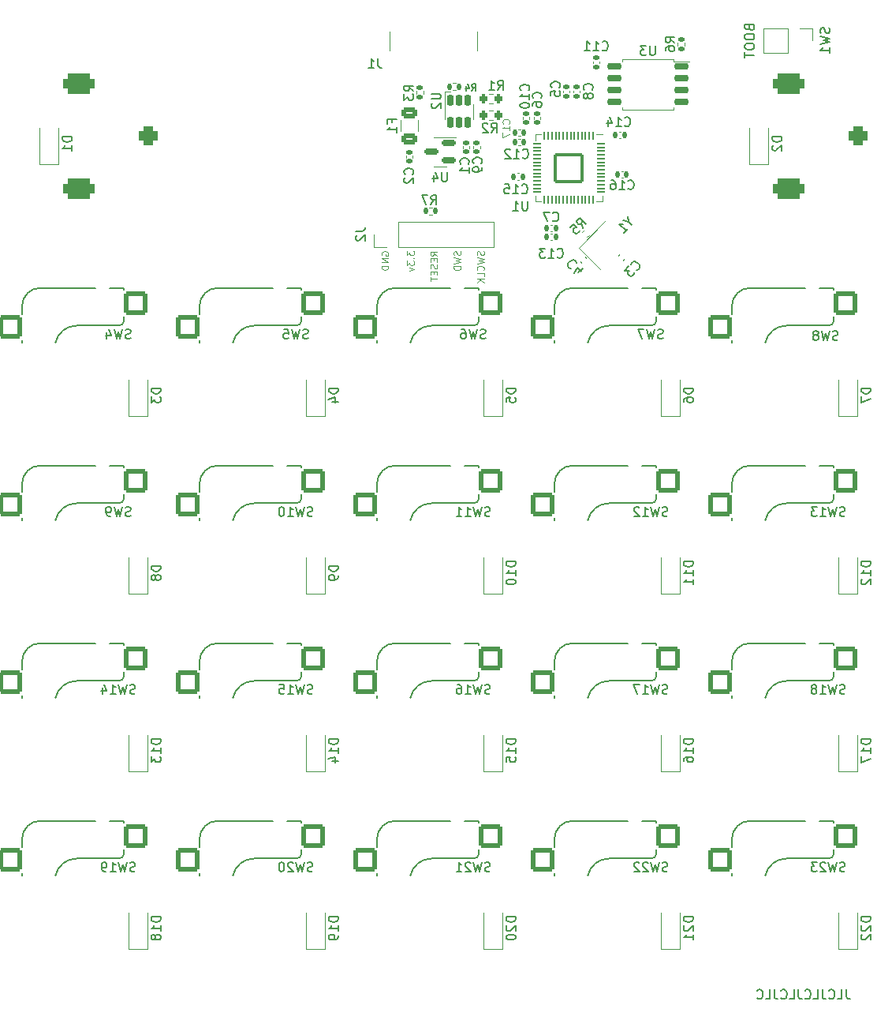
<source format=gbr>
%TF.GenerationSoftware,KiCad,Pcbnew,(6.0.7)*%
%TF.CreationDate,2022-10-27T14:14:11-04:00*%
%TF.ProjectId,BlueTeamPad,426c7565-5465-4616-9d50-61642e6b6963,rev?*%
%TF.SameCoordinates,Original*%
%TF.FileFunction,Legend,Bot*%
%TF.FilePolarity,Positive*%
%FSLAX46Y46*%
G04 Gerber Fmt 4.6, Leading zero omitted, Abs format (unit mm)*
G04 Created by KiCad (PCBNEW (6.0.7)) date 2022-10-27 14:14:11*
%MOMM*%
%LPD*%
G01*
G04 APERTURE LIST*
G04 Aperture macros list*
%AMRoundRect*
0 Rectangle with rounded corners*
0 $1 Rounding radius*
0 $2 $3 $4 $5 $6 $7 $8 $9 X,Y pos of 4 corners*
0 Add a 4 corners polygon primitive as box body*
4,1,4,$2,$3,$4,$5,$6,$7,$8,$9,$2,$3,0*
0 Add four circle primitives for the rounded corners*
1,1,$1+$1,$2,$3*
1,1,$1+$1,$4,$5*
1,1,$1+$1,$6,$7*
1,1,$1+$1,$8,$9*
0 Add four rect primitives between the rounded corners*
20,1,$1+$1,$2,$3,$4,$5,0*
20,1,$1+$1,$4,$5,$6,$7,0*
20,1,$1+$1,$6,$7,$8,$9,0*
20,1,$1+$1,$8,$9,$2,$3,0*%
%AMRotRect*
0 Rectangle, with rotation*
0 The origin of the aperture is its center*
0 $1 length*
0 $2 width*
0 $3 Rotation angle, in degrees counterclockwise*
0 Add horizontal line*
21,1,$1,$2,0,0,$3*%
G04 Aperture macros list end*
%ADD10C,0.125000*%
%ADD11C,0.150000*%
%ADD12C,0.120000*%
%ADD13C,4.400000*%
%ADD14C,1.397000*%
%ADD15C,2.000000*%
%ADD16RoundRect,0.500000X0.500000X0.500000X-0.500000X0.500000X-0.500000X-0.500000X0.500000X-0.500000X0*%
%ADD17RoundRect,0.550000X1.150000X0.550000X-1.150000X0.550000X-1.150000X-0.550000X1.150000X-0.550000X0*%
%ADD18R,1.200000X0.900000*%
%ADD19C,3.987800*%
%ADD20C,1.750000*%
%ADD21C,3.300000*%
%ADD22RoundRect,0.250000X1.025000X1.000000X-1.025000X1.000000X-1.025000X-1.000000X1.025000X-1.000000X0*%
%ADD23RoundRect,0.150000X0.650000X0.150000X-0.650000X0.150000X-0.650000X-0.150000X0.650000X-0.150000X0*%
%ADD24RoundRect,0.150000X-0.150000X0.475000X-0.150000X-0.475000X0.150000X-0.475000X0.150000X0.475000X0*%
%ADD25RoundRect,0.135000X0.135000X0.185000X-0.135000X0.185000X-0.135000X-0.185000X0.135000X-0.185000X0*%
%ADD26RoundRect,0.140000X-0.140000X-0.170000X0.140000X-0.170000X0.140000X0.170000X-0.140000X0.170000X0*%
%ADD27R,1.700000X1.700000*%
%ADD28O,1.700000X1.700000*%
%ADD29RoundRect,0.200000X0.200000X0.275000X-0.200000X0.275000X-0.200000X-0.275000X0.200000X-0.275000X0*%
%ADD30RoundRect,0.140000X0.170000X-0.140000X0.170000X0.140000X-0.170000X0.140000X-0.170000X-0.140000X0*%
%ADD31RoundRect,0.140000X0.140000X0.170000X-0.140000X0.170000X-0.140000X-0.170000X0.140000X-0.170000X0*%
%ADD32RoundRect,0.250000X-0.625000X0.375000X-0.625000X-0.375000X0.625000X-0.375000X0.625000X0.375000X0*%
%ADD33RoundRect,0.050000X0.387500X0.050000X-0.387500X0.050000X-0.387500X-0.050000X0.387500X-0.050000X0*%
%ADD34RoundRect,0.050000X0.050000X0.387500X-0.050000X0.387500X-0.050000X-0.387500X0.050000X-0.387500X0*%
%ADD35RoundRect,0.144000X1.456000X1.456000X-1.456000X1.456000X-1.456000X-1.456000X1.456000X-1.456000X0*%
%ADD36RoundRect,0.140000X0.021213X-0.219203X0.219203X-0.021213X-0.021213X0.219203X-0.219203X0.021213X0*%
%ADD37RoundRect,0.140000X-0.170000X0.140000X-0.170000X-0.140000X0.170000X-0.140000X0.170000X0.140000X0*%
%ADD38RoundRect,0.200000X-0.200000X-0.275000X0.200000X-0.275000X0.200000X0.275000X-0.200000X0.275000X0*%
%ADD39RoundRect,0.135000X-0.185000X0.135000X-0.185000X-0.135000X0.185000X-0.135000X0.185000X0.135000X0*%
%ADD40RoundRect,0.150000X0.587500X0.150000X-0.587500X0.150000X-0.587500X-0.150000X0.587500X-0.150000X0*%
%ADD41RoundRect,0.140000X0.219203X0.021213X0.021213X0.219203X-0.219203X-0.021213X-0.021213X-0.219203X0*%
%ADD42RoundRect,0.135000X0.035355X-0.226274X0.226274X-0.035355X-0.035355X0.226274X-0.226274X0.035355X0*%
%ADD43C,0.650000*%
%ADD44R,0.600000X1.450000*%
%ADD45R,0.300000X1.450000*%
%ADD46O,1.000000X1.600000*%
%ADD47O,1.000000X2.100000*%
%ADD48RoundRect,0.135000X0.185000X-0.135000X0.185000X0.135000X-0.185000X0.135000X-0.185000X-0.135000X0*%
%ADD49RoundRect,0.135000X-0.135000X-0.185000X0.135000X-0.185000X0.135000X0.185000X-0.135000X0.185000X0*%
%ADD50RotRect,1.400000X1.200000X45.000000*%
G04 APERTURE END LIST*
D10*
X100339285Y-78188392D02*
X100339285Y-78652678D01*
X100625000Y-78402678D01*
X100625000Y-78509821D01*
X100660714Y-78581250D01*
X100696428Y-78616964D01*
X100767857Y-78652678D01*
X100946428Y-78652678D01*
X101017857Y-78616964D01*
X101053571Y-78581250D01*
X101089285Y-78509821D01*
X101089285Y-78295535D01*
X101053571Y-78224107D01*
X101017857Y-78188392D01*
X101017857Y-78974107D02*
X101053571Y-79009821D01*
X101089285Y-78974107D01*
X101053571Y-78938392D01*
X101017857Y-78974107D01*
X101089285Y-78974107D01*
X100339285Y-79259821D02*
X100339285Y-79724107D01*
X100625000Y-79474107D01*
X100625000Y-79581250D01*
X100660714Y-79652678D01*
X100696428Y-79688392D01*
X100767857Y-79724107D01*
X100946428Y-79724107D01*
X101017857Y-79688392D01*
X101053571Y-79652678D01*
X101089285Y-79581250D01*
X101089285Y-79366964D01*
X101053571Y-79295535D01*
X101017857Y-79259821D01*
X100589285Y-79974107D02*
X101089285Y-80152678D01*
X100589285Y-80331250D01*
X97625000Y-78652678D02*
X97589285Y-78581250D01*
X97589285Y-78474107D01*
X97625000Y-78366964D01*
X97696428Y-78295535D01*
X97767857Y-78259821D01*
X97910714Y-78224107D01*
X98017857Y-78224107D01*
X98160714Y-78259821D01*
X98232142Y-78295535D01*
X98303571Y-78366964D01*
X98339285Y-78474107D01*
X98339285Y-78545535D01*
X98303571Y-78652678D01*
X98267857Y-78688392D01*
X98017857Y-78688392D01*
X98017857Y-78545535D01*
X98339285Y-79009821D02*
X97589285Y-79009821D01*
X98339285Y-79438392D01*
X97589285Y-79438392D01*
X98339285Y-79795535D02*
X97589285Y-79795535D01*
X97589285Y-79974107D01*
X97625000Y-80081250D01*
X97696428Y-80152678D01*
X97767857Y-80188392D01*
X97910714Y-80224107D01*
X98017857Y-80224107D01*
X98160714Y-80188392D01*
X98232142Y-80152678D01*
X98303571Y-80081250D01*
X98339285Y-79974107D01*
X98339285Y-79795535D01*
X103589285Y-78688392D02*
X103232142Y-78438392D01*
X103589285Y-78259821D02*
X102839285Y-78259821D01*
X102839285Y-78545535D01*
X102875000Y-78616964D01*
X102910714Y-78652678D01*
X102982142Y-78688392D01*
X103089285Y-78688392D01*
X103160714Y-78652678D01*
X103196428Y-78616964D01*
X103232142Y-78545535D01*
X103232142Y-78259821D01*
X103196428Y-79009821D02*
X103196428Y-79259821D01*
X103589285Y-79366964D02*
X103589285Y-79009821D01*
X102839285Y-79009821D01*
X102839285Y-79366964D01*
X103553571Y-79652678D02*
X103589285Y-79759821D01*
X103589285Y-79938392D01*
X103553571Y-80009821D01*
X103517857Y-80045535D01*
X103446428Y-80081250D01*
X103375000Y-80081250D01*
X103303571Y-80045535D01*
X103267857Y-80009821D01*
X103232142Y-79938392D01*
X103196428Y-79795535D01*
X103160714Y-79724107D01*
X103125000Y-79688392D01*
X103053571Y-79652678D01*
X102982142Y-79652678D01*
X102910714Y-79688392D01*
X102875000Y-79724107D01*
X102839285Y-79795535D01*
X102839285Y-79974107D01*
X102875000Y-80081250D01*
X103196428Y-80402678D02*
X103196428Y-80652678D01*
X103589285Y-80759821D02*
X103589285Y-80402678D01*
X102839285Y-80402678D01*
X102839285Y-80759821D01*
X102839285Y-80974107D02*
X102839285Y-81402678D01*
X103589285Y-81188392D02*
X102839285Y-81188392D01*
D11*
X147494047Y-157408630D02*
X147494047Y-158122916D01*
X147541666Y-158265773D01*
X147636904Y-158361011D01*
X147779761Y-158408630D01*
X147875000Y-158408630D01*
X146541666Y-158408630D02*
X147017857Y-158408630D01*
X147017857Y-157408630D01*
X145636904Y-158313392D02*
X145684523Y-158361011D01*
X145827380Y-158408630D01*
X145922619Y-158408630D01*
X146065476Y-158361011D01*
X146160714Y-158265773D01*
X146208333Y-158170535D01*
X146255952Y-157980059D01*
X146255952Y-157837202D01*
X146208333Y-157646726D01*
X146160714Y-157551488D01*
X146065476Y-157456250D01*
X145922619Y-157408630D01*
X145827380Y-157408630D01*
X145684523Y-157456250D01*
X145636904Y-157503869D01*
X144922619Y-157408630D02*
X144922619Y-158122916D01*
X144970238Y-158265773D01*
X145065476Y-158361011D01*
X145208333Y-158408630D01*
X145303571Y-158408630D01*
X143970238Y-158408630D02*
X144446428Y-158408630D01*
X144446428Y-157408630D01*
X143065476Y-158313392D02*
X143113095Y-158361011D01*
X143255952Y-158408630D01*
X143351190Y-158408630D01*
X143494047Y-158361011D01*
X143589285Y-158265773D01*
X143636904Y-158170535D01*
X143684523Y-157980059D01*
X143684523Y-157837202D01*
X143636904Y-157646726D01*
X143589285Y-157551488D01*
X143494047Y-157456250D01*
X143351190Y-157408630D01*
X143255952Y-157408630D01*
X143113095Y-157456250D01*
X143065476Y-157503869D01*
X142351190Y-157408630D02*
X142351190Y-158122916D01*
X142398809Y-158265773D01*
X142494047Y-158361011D01*
X142636904Y-158408630D01*
X142732142Y-158408630D01*
X141398809Y-158408630D02*
X141875000Y-158408630D01*
X141875000Y-157408630D01*
X140494047Y-158313392D02*
X140541666Y-158361011D01*
X140684523Y-158408630D01*
X140779761Y-158408630D01*
X140922619Y-158361011D01*
X141017857Y-158265773D01*
X141065476Y-158170535D01*
X141113095Y-157980059D01*
X141113095Y-157837202D01*
X141065476Y-157646726D01*
X141017857Y-157551488D01*
X140922619Y-157456250D01*
X140779761Y-157408630D01*
X140684523Y-157408630D01*
X140541666Y-157456250D01*
X140494047Y-157503869D01*
X139779761Y-157408630D02*
X139779761Y-158122916D01*
X139827380Y-158265773D01*
X139922619Y-158361011D01*
X140065476Y-158408630D01*
X140160714Y-158408630D01*
X138827380Y-158408630D02*
X139303571Y-158408630D01*
X139303571Y-157408630D01*
X137922619Y-158313392D02*
X137970238Y-158361011D01*
X138113095Y-158408630D01*
X138208333Y-158408630D01*
X138351190Y-158361011D01*
X138446428Y-158265773D01*
X138494047Y-158170535D01*
X138541666Y-157980059D01*
X138541666Y-157837202D01*
X138494047Y-157646726D01*
X138446428Y-157551488D01*
X138351190Y-157456250D01*
X138208333Y-157408630D01*
X138113095Y-157408630D01*
X137970238Y-157456250D01*
X137922619Y-157503869D01*
X137088571Y-54268857D02*
X137136190Y-54411714D01*
X137183809Y-54459333D01*
X137279047Y-54506952D01*
X137421904Y-54506952D01*
X137517142Y-54459333D01*
X137564761Y-54411714D01*
X137612380Y-54316476D01*
X137612380Y-53935523D01*
X136612380Y-53935523D01*
X136612380Y-54268857D01*
X136660000Y-54364095D01*
X136707619Y-54411714D01*
X136802857Y-54459333D01*
X136898095Y-54459333D01*
X136993333Y-54411714D01*
X137040952Y-54364095D01*
X137088571Y-54268857D01*
X137088571Y-53935523D01*
X136612380Y-55126000D02*
X136612380Y-55316476D01*
X136660000Y-55411714D01*
X136755238Y-55506952D01*
X136945714Y-55554571D01*
X137279047Y-55554571D01*
X137469523Y-55506952D01*
X137564761Y-55411714D01*
X137612380Y-55316476D01*
X137612380Y-55126000D01*
X137564761Y-55030761D01*
X137469523Y-54935523D01*
X137279047Y-54887904D01*
X136945714Y-54887904D01*
X136755238Y-54935523D01*
X136660000Y-55030761D01*
X136612380Y-55126000D01*
X136612380Y-56173619D02*
X136612380Y-56364095D01*
X136660000Y-56459333D01*
X136755238Y-56554571D01*
X136945714Y-56602190D01*
X137279047Y-56602190D01*
X137469523Y-56554571D01*
X137564761Y-56459333D01*
X137612380Y-56364095D01*
X137612380Y-56173619D01*
X137564761Y-56078380D01*
X137469523Y-55983142D01*
X137279047Y-55935523D01*
X136945714Y-55935523D01*
X136755238Y-55983142D01*
X136660000Y-56078380D01*
X136612380Y-56173619D01*
X136612380Y-56887904D02*
X136612380Y-57459333D01*
X137612380Y-57173619D02*
X136612380Y-57173619D01*
D10*
X108553571Y-78224107D02*
X108589285Y-78331250D01*
X108589285Y-78509821D01*
X108553571Y-78581250D01*
X108517857Y-78616964D01*
X108446428Y-78652678D01*
X108375000Y-78652678D01*
X108303571Y-78616964D01*
X108267857Y-78581250D01*
X108232142Y-78509821D01*
X108196428Y-78366964D01*
X108160714Y-78295535D01*
X108125000Y-78259821D01*
X108053571Y-78224107D01*
X107982142Y-78224107D01*
X107910714Y-78259821D01*
X107875000Y-78295535D01*
X107839285Y-78366964D01*
X107839285Y-78545535D01*
X107875000Y-78652678D01*
X107839285Y-78902678D02*
X108589285Y-79081250D01*
X108053571Y-79224107D01*
X108589285Y-79366964D01*
X107839285Y-79545535D01*
X108517857Y-80259821D02*
X108553571Y-80224107D01*
X108589285Y-80116964D01*
X108589285Y-80045535D01*
X108553571Y-79938392D01*
X108482142Y-79866964D01*
X108410714Y-79831250D01*
X108267857Y-79795535D01*
X108160714Y-79795535D01*
X108017857Y-79831250D01*
X107946428Y-79866964D01*
X107875000Y-79938392D01*
X107839285Y-80045535D01*
X107839285Y-80116964D01*
X107875000Y-80224107D01*
X107910714Y-80259821D01*
X108589285Y-80938392D02*
X108589285Y-80581250D01*
X107839285Y-80581250D01*
X108589285Y-81188392D02*
X107839285Y-81188392D01*
X108589285Y-81616964D02*
X108160714Y-81295535D01*
X107839285Y-81616964D02*
X108267857Y-81188392D01*
X106053571Y-78224107D02*
X106089285Y-78331250D01*
X106089285Y-78509821D01*
X106053571Y-78581250D01*
X106017857Y-78616964D01*
X105946428Y-78652678D01*
X105875000Y-78652678D01*
X105803571Y-78616964D01*
X105767857Y-78581250D01*
X105732142Y-78509821D01*
X105696428Y-78366964D01*
X105660714Y-78295535D01*
X105625000Y-78259821D01*
X105553571Y-78224107D01*
X105482142Y-78224107D01*
X105410714Y-78259821D01*
X105375000Y-78295535D01*
X105339285Y-78366964D01*
X105339285Y-78545535D01*
X105375000Y-78652678D01*
X105339285Y-78902678D02*
X106089285Y-79081250D01*
X105553571Y-79224107D01*
X106089285Y-79366964D01*
X105339285Y-79545535D01*
X106089285Y-79831250D02*
X105339285Y-79831250D01*
X105339285Y-80009821D01*
X105375000Y-80116964D01*
X105446428Y-80188392D01*
X105517857Y-80224107D01*
X105660714Y-80259821D01*
X105767857Y-80259821D01*
X105910714Y-80224107D01*
X105982142Y-80188392D01*
X106053571Y-80116964D01*
X106089285Y-80009821D01*
X106089285Y-79831250D01*
D11*
%TO.C,D10*%
X111989880Y-111498214D02*
X110989880Y-111498214D01*
X110989880Y-111736309D01*
X111037500Y-111879166D01*
X111132738Y-111974404D01*
X111227976Y-112022023D01*
X111418452Y-112069642D01*
X111561309Y-112069642D01*
X111751785Y-112022023D01*
X111847023Y-111974404D01*
X111942261Y-111879166D01*
X111989880Y-111736309D01*
X111989880Y-111498214D01*
X111989880Y-113022023D02*
X111989880Y-112450595D01*
X111989880Y-112736309D02*
X110989880Y-112736309D01*
X111132738Y-112641071D01*
X111227976Y-112545833D01*
X111275595Y-112450595D01*
X110989880Y-113641071D02*
X110989880Y-113736309D01*
X111037500Y-113831547D01*
X111085119Y-113879166D01*
X111180357Y-113926785D01*
X111370833Y-113974404D01*
X111608928Y-113974404D01*
X111799404Y-113926785D01*
X111894642Y-113879166D01*
X111942261Y-113831547D01*
X111989880Y-113736309D01*
X111989880Y-113641071D01*
X111942261Y-113545833D01*
X111894642Y-113498214D01*
X111799404Y-113450595D01*
X111608928Y-113402976D01*
X111370833Y-113402976D01*
X111180357Y-113450595D01*
X111085119Y-113498214D01*
X111037500Y-113545833D01*
X110989880Y-113641071D01*
%TO.C,SW20*%
X90197023Y-144704761D02*
X90054166Y-144752380D01*
X89816071Y-144752380D01*
X89720833Y-144704761D01*
X89673214Y-144657142D01*
X89625595Y-144561904D01*
X89625595Y-144466666D01*
X89673214Y-144371428D01*
X89720833Y-144323809D01*
X89816071Y-144276190D01*
X90006547Y-144228571D01*
X90101785Y-144180952D01*
X90149404Y-144133333D01*
X90197023Y-144038095D01*
X90197023Y-143942857D01*
X90149404Y-143847619D01*
X90101785Y-143800000D01*
X90006547Y-143752380D01*
X89768452Y-143752380D01*
X89625595Y-143800000D01*
X89292261Y-143752380D02*
X89054166Y-144752380D01*
X88863690Y-144038095D01*
X88673214Y-144752380D01*
X88435119Y-143752380D01*
X88101785Y-143847619D02*
X88054166Y-143800000D01*
X87958928Y-143752380D01*
X87720833Y-143752380D01*
X87625595Y-143800000D01*
X87577976Y-143847619D01*
X87530357Y-143942857D01*
X87530357Y-144038095D01*
X87577976Y-144180952D01*
X88149404Y-144752380D01*
X87530357Y-144752380D01*
X86911309Y-143752380D02*
X86816071Y-143752380D01*
X86720833Y-143800000D01*
X86673214Y-143847619D01*
X86625595Y-143942857D01*
X86577976Y-144133333D01*
X86577976Y-144371428D01*
X86625595Y-144561904D01*
X86673214Y-144657142D01*
X86720833Y-144704761D01*
X86816071Y-144752380D01*
X86911309Y-144752380D01*
X87006547Y-144704761D01*
X87054166Y-144657142D01*
X87101785Y-144561904D01*
X87149404Y-144371428D01*
X87149404Y-144133333D01*
X87101785Y-143942857D01*
X87054166Y-143847619D01*
X87006547Y-143800000D01*
X86911309Y-143752380D01*
%TO.C,D5*%
X111989880Y-92924404D02*
X110989880Y-92924404D01*
X110989880Y-93162500D01*
X111037500Y-93305357D01*
X111132738Y-93400595D01*
X111227976Y-93448214D01*
X111418452Y-93495833D01*
X111561309Y-93495833D01*
X111751785Y-93448214D01*
X111847023Y-93400595D01*
X111942261Y-93305357D01*
X111989880Y-93162500D01*
X111989880Y-92924404D01*
X110989880Y-94400595D02*
X110989880Y-93924404D01*
X111466071Y-93876785D01*
X111418452Y-93924404D01*
X111370833Y-94019642D01*
X111370833Y-94257738D01*
X111418452Y-94352976D01*
X111466071Y-94400595D01*
X111561309Y-94448214D01*
X111799404Y-94448214D01*
X111894642Y-94400595D01*
X111942261Y-94352976D01*
X111989880Y-94257738D01*
X111989880Y-94019642D01*
X111942261Y-93924404D01*
X111894642Y-93876785D01*
%TO.C,D2*%
X140564880Y-65936904D02*
X139564880Y-65936904D01*
X139564880Y-66175000D01*
X139612500Y-66317857D01*
X139707738Y-66413095D01*
X139802976Y-66460714D01*
X139993452Y-66508333D01*
X140136309Y-66508333D01*
X140326785Y-66460714D01*
X140422023Y-66413095D01*
X140517261Y-66317857D01*
X140564880Y-66175000D01*
X140564880Y-65936904D01*
X139660119Y-66889285D02*
X139612500Y-66936904D01*
X139564880Y-67032142D01*
X139564880Y-67270238D01*
X139612500Y-67365476D01*
X139660119Y-67413095D01*
X139755357Y-67460714D01*
X139850595Y-67460714D01*
X139993452Y-67413095D01*
X140564880Y-66841666D01*
X140564880Y-67460714D01*
%TO.C,U3*%
X126968154Y-56217380D02*
X126968154Y-57026904D01*
X126920535Y-57122142D01*
X126872916Y-57169761D01*
X126777678Y-57217380D01*
X126587202Y-57217380D01*
X126491964Y-57169761D01*
X126444345Y-57122142D01*
X126396726Y-57026904D01*
X126396726Y-56217380D01*
X126015773Y-56217380D02*
X125396726Y-56217380D01*
X125730059Y-56598333D01*
X125587202Y-56598333D01*
X125491964Y-56645952D01*
X125444345Y-56693571D01*
X125396726Y-56788809D01*
X125396726Y-57026904D01*
X125444345Y-57122142D01*
X125491964Y-57169761D01*
X125587202Y-57217380D01*
X125872916Y-57217380D01*
X125968154Y-57169761D01*
X126015773Y-57122142D01*
%TO.C,D15*%
X111989880Y-130548214D02*
X110989880Y-130548214D01*
X110989880Y-130786309D01*
X111037500Y-130929166D01*
X111132738Y-131024404D01*
X111227976Y-131072023D01*
X111418452Y-131119642D01*
X111561309Y-131119642D01*
X111751785Y-131072023D01*
X111847023Y-131024404D01*
X111942261Y-130929166D01*
X111989880Y-130786309D01*
X111989880Y-130548214D01*
X111989880Y-132072023D02*
X111989880Y-131500595D01*
X111989880Y-131786309D02*
X110989880Y-131786309D01*
X111132738Y-131691071D01*
X111227976Y-131595833D01*
X111275595Y-131500595D01*
X110989880Y-132976785D02*
X110989880Y-132500595D01*
X111466071Y-132452976D01*
X111418452Y-132500595D01*
X111370833Y-132595833D01*
X111370833Y-132833928D01*
X111418452Y-132929166D01*
X111466071Y-132976785D01*
X111561309Y-133024404D01*
X111799404Y-133024404D01*
X111894642Y-132976785D01*
X111942261Y-132929166D01*
X111989880Y-132833928D01*
X111989880Y-132595833D01*
X111942261Y-132500595D01*
X111894642Y-132452976D01*
%TO.C,U2*%
X102957380Y-61341095D02*
X103766904Y-61341095D01*
X103862142Y-61388714D01*
X103909761Y-61436333D01*
X103957380Y-61531571D01*
X103957380Y-61722047D01*
X103909761Y-61817285D01*
X103862142Y-61864904D01*
X103766904Y-61912523D01*
X102957380Y-61912523D01*
X103052619Y-62341095D02*
X103005000Y-62388714D01*
X102957380Y-62483952D01*
X102957380Y-62722047D01*
X103005000Y-62817285D01*
X103052619Y-62864904D01*
X103147857Y-62912523D01*
X103243095Y-62912523D01*
X103385952Y-62864904D01*
X103957380Y-62293476D01*
X103957380Y-62912523D01*
%TO.C,R4*%
X107313000Y-61045285D02*
X107563000Y-60688142D01*
X107741571Y-61045285D02*
X107741571Y-60295285D01*
X107455857Y-60295285D01*
X107384428Y-60331000D01*
X107348714Y-60366714D01*
X107313000Y-60438142D01*
X107313000Y-60545285D01*
X107348714Y-60616714D01*
X107384428Y-60652428D01*
X107455857Y-60688142D01*
X107741571Y-60688142D01*
X106670142Y-60545285D02*
X106670142Y-61045285D01*
X106848714Y-60259571D02*
X107027285Y-60795285D01*
X106563000Y-60795285D01*
%TO.C,D4*%
X92939880Y-92924404D02*
X91939880Y-92924404D01*
X91939880Y-93162500D01*
X91987500Y-93305357D01*
X92082738Y-93400595D01*
X92177976Y-93448214D01*
X92368452Y-93495833D01*
X92511309Y-93495833D01*
X92701785Y-93448214D01*
X92797023Y-93400595D01*
X92892261Y-93305357D01*
X92939880Y-93162500D01*
X92939880Y-92924404D01*
X92273214Y-94352976D02*
X92939880Y-94352976D01*
X91892261Y-94114880D02*
X92606547Y-93876785D01*
X92606547Y-94495833D01*
%TO.C,C16*%
X124074857Y-71510142D02*
X124122476Y-71557761D01*
X124265333Y-71605380D01*
X124360571Y-71605380D01*
X124503428Y-71557761D01*
X124598666Y-71462523D01*
X124646285Y-71367285D01*
X124693904Y-71176809D01*
X124693904Y-71033952D01*
X124646285Y-70843476D01*
X124598666Y-70748238D01*
X124503428Y-70653000D01*
X124360571Y-70605380D01*
X124265333Y-70605380D01*
X124122476Y-70653000D01*
X124074857Y-70700619D01*
X123122476Y-71605380D02*
X123693904Y-71605380D01*
X123408190Y-71605380D02*
X123408190Y-70605380D01*
X123503428Y-70748238D01*
X123598666Y-70843476D01*
X123693904Y-70891095D01*
X122265333Y-70605380D02*
X122455809Y-70605380D01*
X122551047Y-70653000D01*
X122598666Y-70700619D01*
X122693904Y-70843476D01*
X122741523Y-71033952D01*
X122741523Y-71414904D01*
X122693904Y-71510142D01*
X122646285Y-71557761D01*
X122551047Y-71605380D01*
X122360571Y-71605380D01*
X122265333Y-71557761D01*
X122217714Y-71510142D01*
X122170095Y-71414904D01*
X122170095Y-71176809D01*
X122217714Y-71081571D01*
X122265333Y-71033952D01*
X122360571Y-70986333D01*
X122551047Y-70986333D01*
X122646285Y-71033952D01*
X122693904Y-71081571D01*
X122741523Y-71176809D01*
%TO.C,SW5*%
X89720833Y-87554761D02*
X89577976Y-87602380D01*
X89339880Y-87602380D01*
X89244642Y-87554761D01*
X89197023Y-87507142D01*
X89149404Y-87411904D01*
X89149404Y-87316666D01*
X89197023Y-87221428D01*
X89244642Y-87173809D01*
X89339880Y-87126190D01*
X89530357Y-87078571D01*
X89625595Y-87030952D01*
X89673214Y-86983333D01*
X89720833Y-86888095D01*
X89720833Y-86792857D01*
X89673214Y-86697619D01*
X89625595Y-86650000D01*
X89530357Y-86602380D01*
X89292261Y-86602380D01*
X89149404Y-86650000D01*
X88816071Y-86602380D02*
X88577976Y-87602380D01*
X88387500Y-86888095D01*
X88197023Y-87602380D01*
X87958928Y-86602380D01*
X87101785Y-86602380D02*
X87577976Y-86602380D01*
X87625595Y-87078571D01*
X87577976Y-87030952D01*
X87482738Y-86983333D01*
X87244642Y-86983333D01*
X87149404Y-87030952D01*
X87101785Y-87078571D01*
X87054166Y-87173809D01*
X87054166Y-87411904D01*
X87101785Y-87507142D01*
X87149404Y-87554761D01*
X87244642Y-87602380D01*
X87482738Y-87602380D01*
X87577976Y-87554761D01*
X87625595Y-87507142D01*
%TO.C,SW1*%
X145668761Y-54292666D02*
X145716380Y-54435523D01*
X145716380Y-54673619D01*
X145668761Y-54768857D01*
X145621142Y-54816476D01*
X145525904Y-54864095D01*
X145430666Y-54864095D01*
X145335428Y-54816476D01*
X145287809Y-54768857D01*
X145240190Y-54673619D01*
X145192571Y-54483142D01*
X145144952Y-54387904D01*
X145097333Y-54340285D01*
X145002095Y-54292666D01*
X144906857Y-54292666D01*
X144811619Y-54340285D01*
X144764000Y-54387904D01*
X144716380Y-54483142D01*
X144716380Y-54721238D01*
X144764000Y-54864095D01*
X144716380Y-55197428D02*
X145716380Y-55435523D01*
X145002095Y-55626000D01*
X145716380Y-55816476D01*
X144716380Y-56054571D01*
X145716380Y-56959333D02*
X145716380Y-56387904D01*
X145716380Y-56673619D02*
X144716380Y-56673619D01*
X144859238Y-56578380D01*
X144954476Y-56483142D01*
X145002095Y-56387904D01*
%TO.C,SW6*%
X108770833Y-87554761D02*
X108627976Y-87602380D01*
X108389880Y-87602380D01*
X108294642Y-87554761D01*
X108247023Y-87507142D01*
X108199404Y-87411904D01*
X108199404Y-87316666D01*
X108247023Y-87221428D01*
X108294642Y-87173809D01*
X108389880Y-87126190D01*
X108580357Y-87078571D01*
X108675595Y-87030952D01*
X108723214Y-86983333D01*
X108770833Y-86888095D01*
X108770833Y-86792857D01*
X108723214Y-86697619D01*
X108675595Y-86650000D01*
X108580357Y-86602380D01*
X108342261Y-86602380D01*
X108199404Y-86650000D01*
X107866071Y-86602380D02*
X107627976Y-87602380D01*
X107437500Y-86888095D01*
X107247023Y-87602380D01*
X107008928Y-86602380D01*
X106199404Y-86602380D02*
X106389880Y-86602380D01*
X106485119Y-86650000D01*
X106532738Y-86697619D01*
X106627976Y-86840476D01*
X106675595Y-87030952D01*
X106675595Y-87411904D01*
X106627976Y-87507142D01*
X106580357Y-87554761D01*
X106485119Y-87602380D01*
X106294642Y-87602380D01*
X106199404Y-87554761D01*
X106151785Y-87507142D01*
X106104166Y-87411904D01*
X106104166Y-87173809D01*
X106151785Y-87078571D01*
X106199404Y-87030952D01*
X106294642Y-86983333D01*
X106485119Y-86983333D01*
X106580357Y-87030952D01*
X106627976Y-87078571D01*
X106675595Y-87173809D01*
%TO.C,D19*%
X92939880Y-149598214D02*
X91939880Y-149598214D01*
X91939880Y-149836309D01*
X91987500Y-149979166D01*
X92082738Y-150074404D01*
X92177976Y-150122023D01*
X92368452Y-150169642D01*
X92511309Y-150169642D01*
X92701785Y-150122023D01*
X92797023Y-150074404D01*
X92892261Y-149979166D01*
X92939880Y-149836309D01*
X92939880Y-149598214D01*
X92939880Y-151122023D02*
X92939880Y-150550595D01*
X92939880Y-150836309D02*
X91939880Y-150836309D01*
X92082738Y-150741071D01*
X92177976Y-150645833D01*
X92225595Y-150550595D01*
X92939880Y-151598214D02*
X92939880Y-151788690D01*
X92892261Y-151883928D01*
X92844642Y-151931547D01*
X92701785Y-152026785D01*
X92511309Y-152074404D01*
X92130357Y-152074404D01*
X92035119Y-152026785D01*
X91987500Y-151979166D01*
X91939880Y-151883928D01*
X91939880Y-151693452D01*
X91987500Y-151598214D01*
X92035119Y-151550595D01*
X92130357Y-151502976D01*
X92368452Y-151502976D01*
X92463690Y-151550595D01*
X92511309Y-151598214D01*
X92558928Y-151693452D01*
X92558928Y-151883928D01*
X92511309Y-151979166D01*
X92463690Y-152026785D01*
X92368452Y-152074404D01*
%TO.C,C14*%
X123705857Y-64746142D02*
X123753476Y-64793761D01*
X123896333Y-64841380D01*
X123991571Y-64841380D01*
X124134428Y-64793761D01*
X124229666Y-64698523D01*
X124277285Y-64603285D01*
X124324904Y-64412809D01*
X124324904Y-64269952D01*
X124277285Y-64079476D01*
X124229666Y-63984238D01*
X124134428Y-63889000D01*
X123991571Y-63841380D01*
X123896333Y-63841380D01*
X123753476Y-63889000D01*
X123705857Y-63936619D01*
X122753476Y-64841380D02*
X123324904Y-64841380D01*
X123039190Y-64841380D02*
X123039190Y-63841380D01*
X123134428Y-63984238D01*
X123229666Y-64079476D01*
X123324904Y-64127095D01*
X121896333Y-64174714D02*
X121896333Y-64841380D01*
X122134428Y-63793761D02*
X122372523Y-64508047D01*
X121753476Y-64508047D01*
%TO.C,D1*%
X64364880Y-65936904D02*
X63364880Y-65936904D01*
X63364880Y-66175000D01*
X63412500Y-66317857D01*
X63507738Y-66413095D01*
X63602976Y-66460714D01*
X63793452Y-66508333D01*
X63936309Y-66508333D01*
X64126785Y-66460714D01*
X64222023Y-66413095D01*
X64317261Y-66317857D01*
X64364880Y-66175000D01*
X64364880Y-65936904D01*
X64364880Y-67460714D02*
X64364880Y-66889285D01*
X64364880Y-67175000D02*
X63364880Y-67175000D01*
X63507738Y-67079761D01*
X63602976Y-66984523D01*
X63650595Y-66889285D01*
%TO.C,R1*%
X110072466Y-60929780D02*
X110405800Y-60453590D01*
X110643895Y-60929780D02*
X110643895Y-59929780D01*
X110262942Y-59929780D01*
X110167704Y-59977400D01*
X110120085Y-60025019D01*
X110072466Y-60120257D01*
X110072466Y-60263114D01*
X110120085Y-60358352D01*
X110167704Y-60405971D01*
X110262942Y-60453590D01*
X110643895Y-60453590D01*
X109120085Y-60929780D02*
X109691514Y-60929780D01*
X109405800Y-60929780D02*
X109405800Y-59929780D01*
X109501038Y-60072638D01*
X109596276Y-60167876D01*
X109691514Y-60215495D01*
%TO.C,C5*%
X116689142Y-60666333D02*
X116736761Y-60618714D01*
X116784380Y-60475857D01*
X116784380Y-60380619D01*
X116736761Y-60237761D01*
X116641523Y-60142523D01*
X116546285Y-60094904D01*
X116355809Y-60047285D01*
X116212952Y-60047285D01*
X116022476Y-60094904D01*
X115927238Y-60142523D01*
X115832000Y-60237761D01*
X115784380Y-60380619D01*
X115784380Y-60475857D01*
X115832000Y-60618714D01*
X115879619Y-60666333D01*
X115784380Y-61571095D02*
X115784380Y-61094904D01*
X116260571Y-61047285D01*
X116212952Y-61094904D01*
X116165333Y-61190142D01*
X116165333Y-61428238D01*
X116212952Y-61523476D01*
X116260571Y-61571095D01*
X116355809Y-61618714D01*
X116593904Y-61618714D01*
X116689142Y-61571095D01*
X116736761Y-61523476D01*
X116784380Y-61428238D01*
X116784380Y-61190142D01*
X116736761Y-61094904D01*
X116689142Y-61047285D01*
%TO.C,C11*%
X121292857Y-56618142D02*
X121340476Y-56665761D01*
X121483333Y-56713380D01*
X121578571Y-56713380D01*
X121721428Y-56665761D01*
X121816666Y-56570523D01*
X121864285Y-56475285D01*
X121911904Y-56284809D01*
X121911904Y-56141952D01*
X121864285Y-55951476D01*
X121816666Y-55856238D01*
X121721428Y-55761000D01*
X121578571Y-55713380D01*
X121483333Y-55713380D01*
X121340476Y-55761000D01*
X121292857Y-55808619D01*
X120340476Y-56713380D02*
X120911904Y-56713380D01*
X120626190Y-56713380D02*
X120626190Y-55713380D01*
X120721428Y-55856238D01*
X120816666Y-55951476D01*
X120911904Y-55999095D01*
X119388095Y-56713380D02*
X119959523Y-56713380D01*
X119673809Y-56713380D02*
X119673809Y-55713380D01*
X119769047Y-55856238D01*
X119864285Y-55951476D01*
X119959523Y-55999095D01*
%TO.C,C12*%
X112758457Y-68175142D02*
X112806076Y-68222761D01*
X112948933Y-68270380D01*
X113044171Y-68270380D01*
X113187028Y-68222761D01*
X113282266Y-68127523D01*
X113329885Y-68032285D01*
X113377504Y-67841809D01*
X113377504Y-67698952D01*
X113329885Y-67508476D01*
X113282266Y-67413238D01*
X113187028Y-67318000D01*
X113044171Y-67270380D01*
X112948933Y-67270380D01*
X112806076Y-67318000D01*
X112758457Y-67365619D01*
X111806076Y-68270380D02*
X112377504Y-68270380D01*
X112091790Y-68270380D02*
X112091790Y-67270380D01*
X112187028Y-67413238D01*
X112282266Y-67508476D01*
X112377504Y-67556095D01*
X111425123Y-67365619D02*
X111377504Y-67318000D01*
X111282266Y-67270380D01*
X111044171Y-67270380D01*
X110948933Y-67318000D01*
X110901314Y-67365619D01*
X110853695Y-67460857D01*
X110853695Y-67556095D01*
X110901314Y-67698952D01*
X111472742Y-68270380D01*
X110853695Y-68270380D01*
%TO.C,D22*%
X150089880Y-149598214D02*
X149089880Y-149598214D01*
X149089880Y-149836309D01*
X149137500Y-149979166D01*
X149232738Y-150074404D01*
X149327976Y-150122023D01*
X149518452Y-150169642D01*
X149661309Y-150169642D01*
X149851785Y-150122023D01*
X149947023Y-150074404D01*
X150042261Y-149979166D01*
X150089880Y-149836309D01*
X150089880Y-149598214D01*
X149185119Y-150550595D02*
X149137500Y-150598214D01*
X149089880Y-150693452D01*
X149089880Y-150931547D01*
X149137500Y-151026785D01*
X149185119Y-151074404D01*
X149280357Y-151122023D01*
X149375595Y-151122023D01*
X149518452Y-151074404D01*
X150089880Y-150502976D01*
X150089880Y-151122023D01*
X149185119Y-151502976D02*
X149137500Y-151550595D01*
X149089880Y-151645833D01*
X149089880Y-151883928D01*
X149137500Y-151979166D01*
X149185119Y-152026785D01*
X149280357Y-152074404D01*
X149375595Y-152074404D01*
X149518452Y-152026785D01*
X150089880Y-151455357D01*
X150089880Y-152074404D01*
%TO.C,SW21*%
X109247023Y-144704761D02*
X109104166Y-144752380D01*
X108866071Y-144752380D01*
X108770833Y-144704761D01*
X108723214Y-144657142D01*
X108675595Y-144561904D01*
X108675595Y-144466666D01*
X108723214Y-144371428D01*
X108770833Y-144323809D01*
X108866071Y-144276190D01*
X109056547Y-144228571D01*
X109151785Y-144180952D01*
X109199404Y-144133333D01*
X109247023Y-144038095D01*
X109247023Y-143942857D01*
X109199404Y-143847619D01*
X109151785Y-143800000D01*
X109056547Y-143752380D01*
X108818452Y-143752380D01*
X108675595Y-143800000D01*
X108342261Y-143752380D02*
X108104166Y-144752380D01*
X107913690Y-144038095D01*
X107723214Y-144752380D01*
X107485119Y-143752380D01*
X107151785Y-143847619D02*
X107104166Y-143800000D01*
X107008928Y-143752380D01*
X106770833Y-143752380D01*
X106675595Y-143800000D01*
X106627976Y-143847619D01*
X106580357Y-143942857D01*
X106580357Y-144038095D01*
X106627976Y-144180952D01*
X107199404Y-144752380D01*
X106580357Y-144752380D01*
X105627976Y-144752380D02*
X106199404Y-144752380D01*
X105913690Y-144752380D02*
X105913690Y-143752380D01*
X106008928Y-143895238D01*
X106104166Y-143990476D01*
X106199404Y-144038095D01*
%TO.C,SW22*%
X128297023Y-144704761D02*
X128154166Y-144752380D01*
X127916071Y-144752380D01*
X127820833Y-144704761D01*
X127773214Y-144657142D01*
X127725595Y-144561904D01*
X127725595Y-144466666D01*
X127773214Y-144371428D01*
X127820833Y-144323809D01*
X127916071Y-144276190D01*
X128106547Y-144228571D01*
X128201785Y-144180952D01*
X128249404Y-144133333D01*
X128297023Y-144038095D01*
X128297023Y-143942857D01*
X128249404Y-143847619D01*
X128201785Y-143800000D01*
X128106547Y-143752380D01*
X127868452Y-143752380D01*
X127725595Y-143800000D01*
X127392261Y-143752380D02*
X127154166Y-144752380D01*
X126963690Y-144038095D01*
X126773214Y-144752380D01*
X126535119Y-143752380D01*
X126201785Y-143847619D02*
X126154166Y-143800000D01*
X126058928Y-143752380D01*
X125820833Y-143752380D01*
X125725595Y-143800000D01*
X125677976Y-143847619D01*
X125630357Y-143942857D01*
X125630357Y-144038095D01*
X125677976Y-144180952D01*
X126249404Y-144752380D01*
X125630357Y-144752380D01*
X125249404Y-143847619D02*
X125201785Y-143800000D01*
X125106547Y-143752380D01*
X124868452Y-143752380D01*
X124773214Y-143800000D01*
X124725595Y-143847619D01*
X124677976Y-143942857D01*
X124677976Y-144038095D01*
X124725595Y-144180952D01*
X125297023Y-144752380D01*
X124677976Y-144752380D01*
%TO.C,C13*%
X116466857Y-78843142D02*
X116514476Y-78890761D01*
X116657333Y-78938380D01*
X116752571Y-78938380D01*
X116895428Y-78890761D01*
X116990666Y-78795523D01*
X117038285Y-78700285D01*
X117085904Y-78509809D01*
X117085904Y-78366952D01*
X117038285Y-78176476D01*
X116990666Y-78081238D01*
X116895428Y-77986000D01*
X116752571Y-77938380D01*
X116657333Y-77938380D01*
X116514476Y-77986000D01*
X116466857Y-78033619D01*
X115514476Y-78938380D02*
X116085904Y-78938380D01*
X115800190Y-78938380D02*
X115800190Y-77938380D01*
X115895428Y-78081238D01*
X115990666Y-78176476D01*
X116085904Y-78224095D01*
X115181142Y-77938380D02*
X114562095Y-77938380D01*
X114895428Y-78319333D01*
X114752571Y-78319333D01*
X114657333Y-78366952D01*
X114609714Y-78414571D01*
X114562095Y-78509809D01*
X114562095Y-78747904D01*
X114609714Y-78843142D01*
X114657333Y-78890761D01*
X114752571Y-78938380D01*
X115038285Y-78938380D01*
X115133523Y-78890761D01*
X115181142Y-78843142D01*
%TO.C,D9*%
X92939880Y-111974404D02*
X91939880Y-111974404D01*
X91939880Y-112212500D01*
X91987500Y-112355357D01*
X92082738Y-112450595D01*
X92177976Y-112498214D01*
X92368452Y-112545833D01*
X92511309Y-112545833D01*
X92701785Y-112498214D01*
X92797023Y-112450595D01*
X92892261Y-112355357D01*
X92939880Y-112212500D01*
X92939880Y-111974404D01*
X92939880Y-113022023D02*
X92939880Y-113212500D01*
X92892261Y-113307738D01*
X92844642Y-113355357D01*
X92701785Y-113450595D01*
X92511309Y-113498214D01*
X92130357Y-113498214D01*
X92035119Y-113450595D01*
X91987500Y-113402976D01*
X91939880Y-113307738D01*
X91939880Y-113117261D01*
X91987500Y-113022023D01*
X92035119Y-112974404D01*
X92130357Y-112926785D01*
X92368452Y-112926785D01*
X92463690Y-112974404D01*
X92511309Y-113022023D01*
X92558928Y-113117261D01*
X92558928Y-113307738D01*
X92511309Y-113402976D01*
X92463690Y-113450595D01*
X92368452Y-113498214D01*
%TO.C,F1*%
X98692571Y-64436666D02*
X98692571Y-64103333D01*
X99216380Y-64103333D02*
X98216380Y-64103333D01*
X98216380Y-64579523D01*
X99216380Y-65484285D02*
X99216380Y-64912857D01*
X99216380Y-65198571D02*
X98216380Y-65198571D01*
X98359238Y-65103333D01*
X98454476Y-65008095D01*
X98502095Y-64912857D01*
%TO.C,U1*%
X113283904Y-72858380D02*
X113283904Y-73667904D01*
X113236285Y-73763142D01*
X113188666Y-73810761D01*
X113093428Y-73858380D01*
X112902952Y-73858380D01*
X112807714Y-73810761D01*
X112760095Y-73763142D01*
X112712476Y-73667904D01*
X112712476Y-72858380D01*
X111712476Y-73858380D02*
X112283904Y-73858380D01*
X111998190Y-73858380D02*
X111998190Y-72858380D01*
X112093428Y-73001238D01*
X112188666Y-73096476D01*
X112283904Y-73144095D01*
%TO.C,C15*%
X112656857Y-71959742D02*
X112704476Y-72007361D01*
X112847333Y-72054980D01*
X112942571Y-72054980D01*
X113085428Y-72007361D01*
X113180666Y-71912123D01*
X113228285Y-71816885D01*
X113275904Y-71626409D01*
X113275904Y-71483552D01*
X113228285Y-71293076D01*
X113180666Y-71197838D01*
X113085428Y-71102600D01*
X112942571Y-71054980D01*
X112847333Y-71054980D01*
X112704476Y-71102600D01*
X112656857Y-71150219D01*
X111704476Y-72054980D02*
X112275904Y-72054980D01*
X111990190Y-72054980D02*
X111990190Y-71054980D01*
X112085428Y-71197838D01*
X112180666Y-71293076D01*
X112275904Y-71340695D01*
X110799714Y-71054980D02*
X111275904Y-71054980D01*
X111323523Y-71531171D01*
X111275904Y-71483552D01*
X111180666Y-71435933D01*
X110942571Y-71435933D01*
X110847333Y-71483552D01*
X110799714Y-71531171D01*
X110752095Y-71626409D01*
X110752095Y-71864504D01*
X110799714Y-71959742D01*
X110847333Y-72007361D01*
X110942571Y-72054980D01*
X111180666Y-72054980D01*
X111275904Y-72007361D01*
X111323523Y-71959742D01*
%TO.C,SW13*%
X147347023Y-106604761D02*
X147204166Y-106652380D01*
X146966071Y-106652380D01*
X146870833Y-106604761D01*
X146823214Y-106557142D01*
X146775595Y-106461904D01*
X146775595Y-106366666D01*
X146823214Y-106271428D01*
X146870833Y-106223809D01*
X146966071Y-106176190D01*
X147156547Y-106128571D01*
X147251785Y-106080952D01*
X147299404Y-106033333D01*
X147347023Y-105938095D01*
X147347023Y-105842857D01*
X147299404Y-105747619D01*
X147251785Y-105700000D01*
X147156547Y-105652380D01*
X146918452Y-105652380D01*
X146775595Y-105700000D01*
X146442261Y-105652380D02*
X146204166Y-106652380D01*
X146013690Y-105938095D01*
X145823214Y-106652380D01*
X145585119Y-105652380D01*
X144680357Y-106652380D02*
X145251785Y-106652380D01*
X144966071Y-106652380D02*
X144966071Y-105652380D01*
X145061309Y-105795238D01*
X145156547Y-105890476D01*
X145251785Y-105938095D01*
X144347023Y-105652380D02*
X143727976Y-105652380D01*
X144061309Y-106033333D01*
X143918452Y-106033333D01*
X143823214Y-106080952D01*
X143775595Y-106128571D01*
X143727976Y-106223809D01*
X143727976Y-106461904D01*
X143775595Y-106557142D01*
X143823214Y-106604761D01*
X143918452Y-106652380D01*
X144204166Y-106652380D01*
X144299404Y-106604761D01*
X144347023Y-106557142D01*
%TO.C,SW18*%
X147347023Y-125654761D02*
X147204166Y-125702380D01*
X146966071Y-125702380D01*
X146870833Y-125654761D01*
X146823214Y-125607142D01*
X146775595Y-125511904D01*
X146775595Y-125416666D01*
X146823214Y-125321428D01*
X146870833Y-125273809D01*
X146966071Y-125226190D01*
X147156547Y-125178571D01*
X147251785Y-125130952D01*
X147299404Y-125083333D01*
X147347023Y-124988095D01*
X147347023Y-124892857D01*
X147299404Y-124797619D01*
X147251785Y-124750000D01*
X147156547Y-124702380D01*
X146918452Y-124702380D01*
X146775595Y-124750000D01*
X146442261Y-124702380D02*
X146204166Y-125702380D01*
X146013690Y-124988095D01*
X145823214Y-125702380D01*
X145585119Y-124702380D01*
X144680357Y-125702380D02*
X145251785Y-125702380D01*
X144966071Y-125702380D02*
X144966071Y-124702380D01*
X145061309Y-124845238D01*
X145156547Y-124940476D01*
X145251785Y-124988095D01*
X144108928Y-125130952D02*
X144204166Y-125083333D01*
X144251785Y-125035714D01*
X144299404Y-124940476D01*
X144299404Y-124892857D01*
X144251785Y-124797619D01*
X144204166Y-124750000D01*
X144108928Y-124702380D01*
X143918452Y-124702380D01*
X143823214Y-124750000D01*
X143775595Y-124797619D01*
X143727976Y-124892857D01*
X143727976Y-124940476D01*
X143775595Y-125035714D01*
X143823214Y-125083333D01*
X143918452Y-125130952D01*
X144108928Y-125130952D01*
X144204166Y-125178571D01*
X144251785Y-125226190D01*
X144299404Y-125321428D01*
X144299404Y-125511904D01*
X144251785Y-125607142D01*
X144204166Y-125654761D01*
X144108928Y-125702380D01*
X143918452Y-125702380D01*
X143823214Y-125654761D01*
X143775595Y-125607142D01*
X143727976Y-125511904D01*
X143727976Y-125321428D01*
X143775595Y-125226190D01*
X143823214Y-125178571D01*
X143918452Y-125130952D01*
%TO.C,D6*%
X131039880Y-92924404D02*
X130039880Y-92924404D01*
X130039880Y-93162500D01*
X130087500Y-93305357D01*
X130182738Y-93400595D01*
X130277976Y-93448214D01*
X130468452Y-93495833D01*
X130611309Y-93495833D01*
X130801785Y-93448214D01*
X130897023Y-93400595D01*
X130992261Y-93305357D01*
X131039880Y-93162500D01*
X131039880Y-92924404D01*
X130039880Y-94352976D02*
X130039880Y-94162500D01*
X130087500Y-94067261D01*
X130135119Y-94019642D01*
X130277976Y-93924404D01*
X130468452Y-93876785D01*
X130849404Y-93876785D01*
X130944642Y-93924404D01*
X130992261Y-93972023D01*
X131039880Y-94067261D01*
X131039880Y-94257738D01*
X130992261Y-94352976D01*
X130944642Y-94400595D01*
X130849404Y-94448214D01*
X130611309Y-94448214D01*
X130516071Y-94400595D01*
X130468452Y-94352976D01*
X130420833Y-94257738D01*
X130420833Y-94067261D01*
X130468452Y-93972023D01*
X130516071Y-93924404D01*
X130611309Y-93876785D01*
%TO.C,C3*%
X124989139Y-80258923D02*
X125056482Y-80258923D01*
X125191169Y-80191579D01*
X125258513Y-80124236D01*
X125325856Y-79989548D01*
X125325856Y-79854861D01*
X125292185Y-79753846D01*
X125191169Y-79585487D01*
X125090154Y-79484472D01*
X124921795Y-79383457D01*
X124820780Y-79349785D01*
X124686093Y-79349785D01*
X124551406Y-79417129D01*
X124484062Y-79484472D01*
X124416719Y-79619159D01*
X124416719Y-79686503D01*
X124113673Y-79854861D02*
X123675940Y-80292594D01*
X124181017Y-80326266D01*
X124080001Y-80427281D01*
X124046330Y-80528297D01*
X124046330Y-80595640D01*
X124080001Y-80696655D01*
X124248360Y-80865014D01*
X124349375Y-80898686D01*
X124416719Y-80898686D01*
X124517734Y-80865014D01*
X124719765Y-80662984D01*
X124753437Y-80561968D01*
X124753437Y-80494625D01*
%TO.C,SW16*%
X109247023Y-125654761D02*
X109104166Y-125702380D01*
X108866071Y-125702380D01*
X108770833Y-125654761D01*
X108723214Y-125607142D01*
X108675595Y-125511904D01*
X108675595Y-125416666D01*
X108723214Y-125321428D01*
X108770833Y-125273809D01*
X108866071Y-125226190D01*
X109056547Y-125178571D01*
X109151785Y-125130952D01*
X109199404Y-125083333D01*
X109247023Y-124988095D01*
X109247023Y-124892857D01*
X109199404Y-124797619D01*
X109151785Y-124750000D01*
X109056547Y-124702380D01*
X108818452Y-124702380D01*
X108675595Y-124750000D01*
X108342261Y-124702380D02*
X108104166Y-125702380D01*
X107913690Y-124988095D01*
X107723214Y-125702380D01*
X107485119Y-124702380D01*
X106580357Y-125702380D02*
X107151785Y-125702380D01*
X106866071Y-125702380D02*
X106866071Y-124702380D01*
X106961309Y-124845238D01*
X107056547Y-124940476D01*
X107151785Y-124988095D01*
X105723214Y-124702380D02*
X105913690Y-124702380D01*
X106008928Y-124750000D01*
X106056547Y-124797619D01*
X106151785Y-124940476D01*
X106199404Y-125130952D01*
X106199404Y-125511904D01*
X106151785Y-125607142D01*
X106104166Y-125654761D01*
X106008928Y-125702380D01*
X105818452Y-125702380D01*
X105723214Y-125654761D01*
X105675595Y-125607142D01*
X105627976Y-125511904D01*
X105627976Y-125273809D01*
X105675595Y-125178571D01*
X105723214Y-125130952D01*
X105818452Y-125083333D01*
X106008928Y-125083333D01*
X106104166Y-125130952D01*
X106151785Y-125178571D01*
X106199404Y-125273809D01*
%TO.C,D8*%
X73889880Y-111974404D02*
X72889880Y-111974404D01*
X72889880Y-112212500D01*
X72937500Y-112355357D01*
X73032738Y-112450595D01*
X73127976Y-112498214D01*
X73318452Y-112545833D01*
X73461309Y-112545833D01*
X73651785Y-112498214D01*
X73747023Y-112450595D01*
X73842261Y-112355357D01*
X73889880Y-112212500D01*
X73889880Y-111974404D01*
X73318452Y-113117261D02*
X73270833Y-113022023D01*
X73223214Y-112974404D01*
X73127976Y-112926785D01*
X73080357Y-112926785D01*
X72985119Y-112974404D01*
X72937500Y-113022023D01*
X72889880Y-113117261D01*
X72889880Y-113307738D01*
X72937500Y-113402976D01*
X72985119Y-113450595D01*
X73080357Y-113498214D01*
X73127976Y-113498214D01*
X73223214Y-113450595D01*
X73270833Y-113402976D01*
X73318452Y-113307738D01*
X73318452Y-113117261D01*
X73366071Y-113022023D01*
X73413690Y-112974404D01*
X73508928Y-112926785D01*
X73699404Y-112926785D01*
X73794642Y-112974404D01*
X73842261Y-113022023D01*
X73889880Y-113117261D01*
X73889880Y-113307738D01*
X73842261Y-113402976D01*
X73794642Y-113450595D01*
X73699404Y-113498214D01*
X73508928Y-113498214D01*
X73413690Y-113450595D01*
X73366071Y-113402976D01*
X73318452Y-113307738D01*
%TO.C,SW11*%
X109247023Y-106604761D02*
X109104166Y-106652380D01*
X108866071Y-106652380D01*
X108770833Y-106604761D01*
X108723214Y-106557142D01*
X108675595Y-106461904D01*
X108675595Y-106366666D01*
X108723214Y-106271428D01*
X108770833Y-106223809D01*
X108866071Y-106176190D01*
X109056547Y-106128571D01*
X109151785Y-106080952D01*
X109199404Y-106033333D01*
X109247023Y-105938095D01*
X109247023Y-105842857D01*
X109199404Y-105747619D01*
X109151785Y-105700000D01*
X109056547Y-105652380D01*
X108818452Y-105652380D01*
X108675595Y-105700000D01*
X108342261Y-105652380D02*
X108104166Y-106652380D01*
X107913690Y-105938095D01*
X107723214Y-106652380D01*
X107485119Y-105652380D01*
X106580357Y-106652380D02*
X107151785Y-106652380D01*
X106866071Y-106652380D02*
X106866071Y-105652380D01*
X106961309Y-105795238D01*
X107056547Y-105890476D01*
X107151785Y-105938095D01*
X105627976Y-106652380D02*
X106199404Y-106652380D01*
X105913690Y-106652380D02*
X105913690Y-105652380D01*
X106008928Y-105795238D01*
X106104166Y-105890476D01*
X106199404Y-105938095D01*
%TO.C,D18*%
X73889880Y-149598214D02*
X72889880Y-149598214D01*
X72889880Y-149836309D01*
X72937500Y-149979166D01*
X73032738Y-150074404D01*
X73127976Y-150122023D01*
X73318452Y-150169642D01*
X73461309Y-150169642D01*
X73651785Y-150122023D01*
X73747023Y-150074404D01*
X73842261Y-149979166D01*
X73889880Y-149836309D01*
X73889880Y-149598214D01*
X73889880Y-151122023D02*
X73889880Y-150550595D01*
X73889880Y-150836309D02*
X72889880Y-150836309D01*
X73032738Y-150741071D01*
X73127976Y-150645833D01*
X73175595Y-150550595D01*
X73318452Y-151693452D02*
X73270833Y-151598214D01*
X73223214Y-151550595D01*
X73127976Y-151502976D01*
X73080357Y-151502976D01*
X72985119Y-151550595D01*
X72937500Y-151598214D01*
X72889880Y-151693452D01*
X72889880Y-151883928D01*
X72937500Y-151979166D01*
X72985119Y-152026785D01*
X73080357Y-152074404D01*
X73127976Y-152074404D01*
X73223214Y-152026785D01*
X73270833Y-151979166D01*
X73318452Y-151883928D01*
X73318452Y-151693452D01*
X73366071Y-151598214D01*
X73413690Y-151550595D01*
X73508928Y-151502976D01*
X73699404Y-151502976D01*
X73794642Y-151550595D01*
X73842261Y-151598214D01*
X73889880Y-151693452D01*
X73889880Y-151883928D01*
X73842261Y-151979166D01*
X73794642Y-152026785D01*
X73699404Y-152074404D01*
X73508928Y-152074404D01*
X73413690Y-152026785D01*
X73366071Y-151979166D01*
X73318452Y-151883928D01*
%TO.C,C2*%
X100941142Y-69965333D02*
X100988761Y-69917714D01*
X101036380Y-69774857D01*
X101036380Y-69679619D01*
X100988761Y-69536761D01*
X100893523Y-69441523D01*
X100798285Y-69393904D01*
X100607809Y-69346285D01*
X100464952Y-69346285D01*
X100274476Y-69393904D01*
X100179238Y-69441523D01*
X100084000Y-69536761D01*
X100036380Y-69679619D01*
X100036380Y-69774857D01*
X100084000Y-69917714D01*
X100131619Y-69965333D01*
X100131619Y-70346285D02*
X100084000Y-70393904D01*
X100036380Y-70489142D01*
X100036380Y-70727238D01*
X100084000Y-70822476D01*
X100131619Y-70870095D01*
X100226857Y-70917714D01*
X100322095Y-70917714D01*
X100464952Y-70870095D01*
X101036380Y-70298666D01*
X101036380Y-70917714D01*
%TO.C,R2*%
X109386666Y-65476380D02*
X109720000Y-65000190D01*
X109958095Y-65476380D02*
X109958095Y-64476380D01*
X109577142Y-64476380D01*
X109481904Y-64524000D01*
X109434285Y-64571619D01*
X109386666Y-64666857D01*
X109386666Y-64809714D01*
X109434285Y-64904952D01*
X109481904Y-64952571D01*
X109577142Y-65000190D01*
X109958095Y-65000190D01*
X109005714Y-64571619D02*
X108958095Y-64524000D01*
X108862857Y-64476380D01*
X108624761Y-64476380D01*
X108529523Y-64524000D01*
X108481904Y-64571619D01*
X108434285Y-64666857D01*
X108434285Y-64762095D01*
X108481904Y-64904952D01*
X109053333Y-65476380D01*
X108434285Y-65476380D01*
%TO.C,SW12*%
X128297023Y-106604761D02*
X128154166Y-106652380D01*
X127916071Y-106652380D01*
X127820833Y-106604761D01*
X127773214Y-106557142D01*
X127725595Y-106461904D01*
X127725595Y-106366666D01*
X127773214Y-106271428D01*
X127820833Y-106223809D01*
X127916071Y-106176190D01*
X128106547Y-106128571D01*
X128201785Y-106080952D01*
X128249404Y-106033333D01*
X128297023Y-105938095D01*
X128297023Y-105842857D01*
X128249404Y-105747619D01*
X128201785Y-105700000D01*
X128106547Y-105652380D01*
X127868452Y-105652380D01*
X127725595Y-105700000D01*
X127392261Y-105652380D02*
X127154166Y-106652380D01*
X126963690Y-105938095D01*
X126773214Y-106652380D01*
X126535119Y-105652380D01*
X125630357Y-106652380D02*
X126201785Y-106652380D01*
X125916071Y-106652380D02*
X125916071Y-105652380D01*
X126011309Y-105795238D01*
X126106547Y-105890476D01*
X126201785Y-105938095D01*
X125249404Y-105747619D02*
X125201785Y-105700000D01*
X125106547Y-105652380D01*
X124868452Y-105652380D01*
X124773214Y-105700000D01*
X124725595Y-105747619D01*
X124677976Y-105842857D01*
X124677976Y-105938095D01*
X124725595Y-106080952D01*
X125297023Y-106652380D01*
X124677976Y-106652380D01*
%TO.C,C8*%
X120194342Y-60901283D02*
X120241961Y-60853664D01*
X120289580Y-60710807D01*
X120289580Y-60615569D01*
X120241961Y-60472711D01*
X120146723Y-60377473D01*
X120051485Y-60329854D01*
X119861009Y-60282235D01*
X119718152Y-60282235D01*
X119527676Y-60329854D01*
X119432438Y-60377473D01*
X119337200Y-60472711D01*
X119289580Y-60615569D01*
X119289580Y-60710807D01*
X119337200Y-60853664D01*
X119384819Y-60901283D01*
X119718152Y-61472711D02*
X119670533Y-61377473D01*
X119622914Y-61329854D01*
X119527676Y-61282235D01*
X119480057Y-61282235D01*
X119384819Y-61329854D01*
X119337200Y-61377473D01*
X119289580Y-61472711D01*
X119289580Y-61663188D01*
X119337200Y-61758426D01*
X119384819Y-61806045D01*
X119480057Y-61853664D01*
X119527676Y-61853664D01*
X119622914Y-61806045D01*
X119670533Y-61758426D01*
X119718152Y-61663188D01*
X119718152Y-61472711D01*
X119765771Y-61377473D01*
X119813390Y-61329854D01*
X119908628Y-61282235D01*
X120099104Y-61282235D01*
X120194342Y-61329854D01*
X120241961Y-61377473D01*
X120289580Y-61472711D01*
X120289580Y-61663188D01*
X120241961Y-61758426D01*
X120194342Y-61806045D01*
X120099104Y-61853664D01*
X119908628Y-61853664D01*
X119813390Y-61806045D01*
X119765771Y-61758426D01*
X119718152Y-61663188D01*
%TO.C,R6*%
X129076380Y-55840333D02*
X128600190Y-55507000D01*
X129076380Y-55268904D02*
X128076380Y-55268904D01*
X128076380Y-55649857D01*
X128124000Y-55745095D01*
X128171619Y-55792714D01*
X128266857Y-55840333D01*
X128409714Y-55840333D01*
X128504952Y-55792714D01*
X128552571Y-55745095D01*
X128600190Y-55649857D01*
X128600190Y-55268904D01*
X128076380Y-56697476D02*
X128076380Y-56507000D01*
X128124000Y-56411761D01*
X128171619Y-56364142D01*
X128314476Y-56268904D01*
X128504952Y-56221285D01*
X128885904Y-56221285D01*
X128981142Y-56268904D01*
X129028761Y-56316523D01*
X129076380Y-56411761D01*
X129076380Y-56602238D01*
X129028761Y-56697476D01*
X128981142Y-56745095D01*
X128885904Y-56792714D01*
X128647809Y-56792714D01*
X128552571Y-56745095D01*
X128504952Y-56697476D01*
X128457333Y-56602238D01*
X128457333Y-56411761D01*
X128504952Y-56316523D01*
X128552571Y-56268904D01*
X128647809Y-56221285D01*
%TO.C,C1*%
X106910142Y-68870533D02*
X106957761Y-68822914D01*
X107005380Y-68680057D01*
X107005380Y-68584819D01*
X106957761Y-68441961D01*
X106862523Y-68346723D01*
X106767285Y-68299104D01*
X106576809Y-68251485D01*
X106433952Y-68251485D01*
X106243476Y-68299104D01*
X106148238Y-68346723D01*
X106053000Y-68441961D01*
X106005380Y-68584819D01*
X106005380Y-68680057D01*
X106053000Y-68822914D01*
X106100619Y-68870533D01*
X107005380Y-69822914D02*
X107005380Y-69251485D01*
X107005380Y-69537200D02*
X106005380Y-69537200D01*
X106148238Y-69441961D01*
X106243476Y-69346723D01*
X106291095Y-69251485D01*
%TO.C,SW9*%
X70670833Y-106604761D02*
X70527976Y-106652380D01*
X70289880Y-106652380D01*
X70194642Y-106604761D01*
X70147023Y-106557142D01*
X70099404Y-106461904D01*
X70099404Y-106366666D01*
X70147023Y-106271428D01*
X70194642Y-106223809D01*
X70289880Y-106176190D01*
X70480357Y-106128571D01*
X70575595Y-106080952D01*
X70623214Y-106033333D01*
X70670833Y-105938095D01*
X70670833Y-105842857D01*
X70623214Y-105747619D01*
X70575595Y-105700000D01*
X70480357Y-105652380D01*
X70242261Y-105652380D01*
X70099404Y-105700000D01*
X69766071Y-105652380D02*
X69527976Y-106652380D01*
X69337500Y-105938095D01*
X69147023Y-106652380D01*
X68908928Y-105652380D01*
X68480357Y-106652380D02*
X68289880Y-106652380D01*
X68194642Y-106604761D01*
X68147023Y-106557142D01*
X68051785Y-106414285D01*
X68004166Y-106223809D01*
X68004166Y-105842857D01*
X68051785Y-105747619D01*
X68099404Y-105700000D01*
X68194642Y-105652380D01*
X68385119Y-105652380D01*
X68480357Y-105700000D01*
X68527976Y-105747619D01*
X68575595Y-105842857D01*
X68575595Y-106080952D01*
X68527976Y-106176190D01*
X68480357Y-106223809D01*
X68385119Y-106271428D01*
X68194642Y-106271428D01*
X68099404Y-106223809D01*
X68051785Y-106176190D01*
X68004166Y-106080952D01*
%TO.C,SW10*%
X90197023Y-106604761D02*
X90054166Y-106652380D01*
X89816071Y-106652380D01*
X89720833Y-106604761D01*
X89673214Y-106557142D01*
X89625595Y-106461904D01*
X89625595Y-106366666D01*
X89673214Y-106271428D01*
X89720833Y-106223809D01*
X89816071Y-106176190D01*
X90006547Y-106128571D01*
X90101785Y-106080952D01*
X90149404Y-106033333D01*
X90197023Y-105938095D01*
X90197023Y-105842857D01*
X90149404Y-105747619D01*
X90101785Y-105700000D01*
X90006547Y-105652380D01*
X89768452Y-105652380D01*
X89625595Y-105700000D01*
X89292261Y-105652380D02*
X89054166Y-106652380D01*
X88863690Y-105938095D01*
X88673214Y-106652380D01*
X88435119Y-105652380D01*
X87530357Y-106652380D02*
X88101785Y-106652380D01*
X87816071Y-106652380D02*
X87816071Y-105652380D01*
X87911309Y-105795238D01*
X88006547Y-105890476D01*
X88101785Y-105938095D01*
X86911309Y-105652380D02*
X86816071Y-105652380D01*
X86720833Y-105700000D01*
X86673214Y-105747619D01*
X86625595Y-105842857D01*
X86577976Y-106033333D01*
X86577976Y-106271428D01*
X86625595Y-106461904D01*
X86673214Y-106557142D01*
X86720833Y-106604761D01*
X86816071Y-106652380D01*
X86911309Y-106652380D01*
X87006547Y-106604761D01*
X87054166Y-106557142D01*
X87101785Y-106461904D01*
X87149404Y-106271428D01*
X87149404Y-106033333D01*
X87101785Y-105842857D01*
X87054166Y-105747619D01*
X87006547Y-105700000D01*
X86911309Y-105652380D01*
%TO.C,C7*%
X115990666Y-74939942D02*
X116038285Y-74987561D01*
X116181142Y-75035180D01*
X116276380Y-75035180D01*
X116419238Y-74987561D01*
X116514476Y-74892323D01*
X116562095Y-74797085D01*
X116609714Y-74606609D01*
X116609714Y-74463752D01*
X116562095Y-74273276D01*
X116514476Y-74178038D01*
X116419238Y-74082800D01*
X116276380Y-74035180D01*
X116181142Y-74035180D01*
X116038285Y-74082800D01*
X115990666Y-74130419D01*
X115657333Y-74035180D02*
X114990666Y-74035180D01*
X115419238Y-75035180D01*
%TO.C,D16*%
X131039880Y-130548214D02*
X130039880Y-130548214D01*
X130039880Y-130786309D01*
X130087500Y-130929166D01*
X130182738Y-131024404D01*
X130277976Y-131072023D01*
X130468452Y-131119642D01*
X130611309Y-131119642D01*
X130801785Y-131072023D01*
X130897023Y-131024404D01*
X130992261Y-130929166D01*
X131039880Y-130786309D01*
X131039880Y-130548214D01*
X131039880Y-132072023D02*
X131039880Y-131500595D01*
X131039880Y-131786309D02*
X130039880Y-131786309D01*
X130182738Y-131691071D01*
X130277976Y-131595833D01*
X130325595Y-131500595D01*
X130039880Y-132929166D02*
X130039880Y-132738690D01*
X130087500Y-132643452D01*
X130135119Y-132595833D01*
X130277976Y-132500595D01*
X130468452Y-132452976D01*
X130849404Y-132452976D01*
X130944642Y-132500595D01*
X130992261Y-132548214D01*
X131039880Y-132643452D01*
X131039880Y-132833928D01*
X130992261Y-132929166D01*
X130944642Y-132976785D01*
X130849404Y-133024404D01*
X130611309Y-133024404D01*
X130516071Y-132976785D01*
X130468452Y-132929166D01*
X130420833Y-132833928D01*
X130420833Y-132643452D01*
X130468452Y-132548214D01*
X130516071Y-132500595D01*
X130611309Y-132452976D01*
%TO.C,SW7*%
X127820833Y-87554761D02*
X127677976Y-87602380D01*
X127439880Y-87602380D01*
X127344642Y-87554761D01*
X127297023Y-87507142D01*
X127249404Y-87411904D01*
X127249404Y-87316666D01*
X127297023Y-87221428D01*
X127344642Y-87173809D01*
X127439880Y-87126190D01*
X127630357Y-87078571D01*
X127725595Y-87030952D01*
X127773214Y-86983333D01*
X127820833Y-86888095D01*
X127820833Y-86792857D01*
X127773214Y-86697619D01*
X127725595Y-86650000D01*
X127630357Y-86602380D01*
X127392261Y-86602380D01*
X127249404Y-86650000D01*
X126916071Y-86602380D02*
X126677976Y-87602380D01*
X126487500Y-86888095D01*
X126297023Y-87602380D01*
X126058928Y-86602380D01*
X125773214Y-86602380D02*
X125106547Y-86602380D01*
X125535119Y-87602380D01*
%TO.C,U4*%
X104647904Y-69759580D02*
X104647904Y-70569104D01*
X104600285Y-70664342D01*
X104552666Y-70711961D01*
X104457428Y-70759580D01*
X104266952Y-70759580D01*
X104171714Y-70711961D01*
X104124095Y-70664342D01*
X104076476Y-70569104D01*
X104076476Y-69759580D01*
X103171714Y-70092914D02*
X103171714Y-70759580D01*
X103409809Y-69711961D02*
X103647904Y-70426247D01*
X103028857Y-70426247D01*
%TO.C,D11*%
X131039880Y-111498214D02*
X130039880Y-111498214D01*
X130039880Y-111736309D01*
X130087500Y-111879166D01*
X130182738Y-111974404D01*
X130277976Y-112022023D01*
X130468452Y-112069642D01*
X130611309Y-112069642D01*
X130801785Y-112022023D01*
X130897023Y-111974404D01*
X130992261Y-111879166D01*
X131039880Y-111736309D01*
X131039880Y-111498214D01*
X131039880Y-113022023D02*
X131039880Y-112450595D01*
X131039880Y-112736309D02*
X130039880Y-112736309D01*
X130182738Y-112641071D01*
X130277976Y-112545833D01*
X130325595Y-112450595D01*
X131039880Y-113974404D02*
X131039880Y-113402976D01*
X131039880Y-113688690D02*
X130039880Y-113688690D01*
X130182738Y-113593452D01*
X130277976Y-113498214D01*
X130325595Y-113402976D01*
%TO.C,C9*%
X108307142Y-68794333D02*
X108354761Y-68746714D01*
X108402380Y-68603857D01*
X108402380Y-68508619D01*
X108354761Y-68365761D01*
X108259523Y-68270523D01*
X108164285Y-68222904D01*
X107973809Y-68175285D01*
X107830952Y-68175285D01*
X107640476Y-68222904D01*
X107545238Y-68270523D01*
X107450000Y-68365761D01*
X107402380Y-68508619D01*
X107402380Y-68603857D01*
X107450000Y-68746714D01*
X107497619Y-68794333D01*
X108402380Y-69270523D02*
X108402380Y-69461000D01*
X108354761Y-69556238D01*
X108307142Y-69603857D01*
X108164285Y-69699095D01*
X107973809Y-69746714D01*
X107592857Y-69746714D01*
X107497619Y-69699095D01*
X107450000Y-69651476D01*
X107402380Y-69556238D01*
X107402380Y-69365761D01*
X107450000Y-69270523D01*
X107497619Y-69222904D01*
X107592857Y-69175285D01*
X107830952Y-69175285D01*
X107926190Y-69222904D01*
X107973809Y-69270523D01*
X108021428Y-69365761D01*
X108021428Y-69556238D01*
X107973809Y-69651476D01*
X107926190Y-69699095D01*
X107830952Y-69746714D01*
%TO.C,C4*%
X118498687Y-79512609D02*
X118498687Y-79445266D01*
X118431343Y-79310579D01*
X118364000Y-79243235D01*
X118229312Y-79175892D01*
X118094625Y-79175892D01*
X117993610Y-79209563D01*
X117825251Y-79310579D01*
X117724236Y-79411594D01*
X117623221Y-79579953D01*
X117589549Y-79680968D01*
X117589549Y-79815655D01*
X117656893Y-79950342D01*
X117724236Y-80017686D01*
X117858923Y-80085029D01*
X117926267Y-80085029D01*
X118700717Y-80522762D02*
X119172122Y-80051357D01*
X118262984Y-80623777D02*
X118599702Y-79950342D01*
X119037435Y-80388075D01*
%TO.C,SW15*%
X90197023Y-125654761D02*
X90054166Y-125702380D01*
X89816071Y-125702380D01*
X89720833Y-125654761D01*
X89673214Y-125607142D01*
X89625595Y-125511904D01*
X89625595Y-125416666D01*
X89673214Y-125321428D01*
X89720833Y-125273809D01*
X89816071Y-125226190D01*
X90006547Y-125178571D01*
X90101785Y-125130952D01*
X90149404Y-125083333D01*
X90197023Y-124988095D01*
X90197023Y-124892857D01*
X90149404Y-124797619D01*
X90101785Y-124750000D01*
X90006547Y-124702380D01*
X89768452Y-124702380D01*
X89625595Y-124750000D01*
X89292261Y-124702380D02*
X89054166Y-125702380D01*
X88863690Y-124988095D01*
X88673214Y-125702380D01*
X88435119Y-124702380D01*
X87530357Y-125702380D02*
X88101785Y-125702380D01*
X87816071Y-125702380D02*
X87816071Y-124702380D01*
X87911309Y-124845238D01*
X88006547Y-124940476D01*
X88101785Y-124988095D01*
X86625595Y-124702380D02*
X87101785Y-124702380D01*
X87149404Y-125178571D01*
X87101785Y-125130952D01*
X87006547Y-125083333D01*
X86768452Y-125083333D01*
X86673214Y-125130952D01*
X86625595Y-125178571D01*
X86577976Y-125273809D01*
X86577976Y-125511904D01*
X86625595Y-125607142D01*
X86673214Y-125654761D01*
X86768452Y-125702380D01*
X87006547Y-125702380D01*
X87101785Y-125654761D01*
X87149404Y-125607142D01*
%TO.C,D14*%
X92939880Y-130548214D02*
X91939880Y-130548214D01*
X91939880Y-130786309D01*
X91987500Y-130929166D01*
X92082738Y-131024404D01*
X92177976Y-131072023D01*
X92368452Y-131119642D01*
X92511309Y-131119642D01*
X92701785Y-131072023D01*
X92797023Y-131024404D01*
X92892261Y-130929166D01*
X92939880Y-130786309D01*
X92939880Y-130548214D01*
X92939880Y-132072023D02*
X92939880Y-131500595D01*
X92939880Y-131786309D02*
X91939880Y-131786309D01*
X92082738Y-131691071D01*
X92177976Y-131595833D01*
X92225595Y-131500595D01*
X92273214Y-132929166D02*
X92939880Y-132929166D01*
X91892261Y-132691071D02*
X92606547Y-132452976D01*
X92606547Y-133072023D01*
%TO.C,D3*%
X73889880Y-92924404D02*
X72889880Y-92924404D01*
X72889880Y-93162500D01*
X72937500Y-93305357D01*
X73032738Y-93400595D01*
X73127976Y-93448214D01*
X73318452Y-93495833D01*
X73461309Y-93495833D01*
X73651785Y-93448214D01*
X73747023Y-93400595D01*
X73842261Y-93305357D01*
X73889880Y-93162500D01*
X73889880Y-92924404D01*
X72889880Y-93829166D02*
X72889880Y-94448214D01*
X73270833Y-94114880D01*
X73270833Y-94257738D01*
X73318452Y-94352976D01*
X73366071Y-94400595D01*
X73461309Y-94448214D01*
X73699404Y-94448214D01*
X73794642Y-94400595D01*
X73842261Y-94352976D01*
X73889880Y-94257738D01*
X73889880Y-93972023D01*
X73842261Y-93876785D01*
X73794642Y-93829166D01*
%TO.C,R5*%
X119182732Y-75767030D02*
X119081717Y-75194610D01*
X119586793Y-75362969D02*
X118879687Y-74655862D01*
X118610312Y-74925236D01*
X118576641Y-75026251D01*
X118576641Y-75093595D01*
X118610312Y-75194610D01*
X118711328Y-75295625D01*
X118812343Y-75329297D01*
X118879687Y-75329297D01*
X118980702Y-75295625D01*
X119250076Y-75026251D01*
X117835862Y-75699687D02*
X118172580Y-75362969D01*
X118542969Y-75666015D01*
X118475625Y-75666015D01*
X118374610Y-75699687D01*
X118206251Y-75868045D01*
X118172580Y-75969061D01*
X118172580Y-76036404D01*
X118206251Y-76137419D01*
X118374610Y-76305778D01*
X118475625Y-76339450D01*
X118542969Y-76339450D01*
X118643984Y-76305778D01*
X118812343Y-76137419D01*
X118846015Y-76036404D01*
X118846015Y-75969061D01*
%TO.C,J1*%
X97208933Y-57567580D02*
X97208933Y-58281866D01*
X97256552Y-58424723D01*
X97351790Y-58519961D01*
X97494647Y-58567580D01*
X97589885Y-58567580D01*
X96208933Y-58567580D02*
X96780361Y-58567580D01*
X96494647Y-58567580D02*
X96494647Y-57567580D01*
X96589885Y-57710438D01*
X96685123Y-57805676D01*
X96780361Y-57853295D01*
%TO.C,R3*%
X101036380Y-61047333D02*
X100560190Y-60714000D01*
X101036380Y-60475904D02*
X100036380Y-60475904D01*
X100036380Y-60856857D01*
X100084000Y-60952095D01*
X100131619Y-60999714D01*
X100226857Y-61047333D01*
X100369714Y-61047333D01*
X100464952Y-60999714D01*
X100512571Y-60952095D01*
X100560190Y-60856857D01*
X100560190Y-60475904D01*
X100036380Y-61380666D02*
X100036380Y-61999714D01*
X100417333Y-61666380D01*
X100417333Y-61809238D01*
X100464952Y-61904476D01*
X100512571Y-61952095D01*
X100607809Y-61999714D01*
X100845904Y-61999714D01*
X100941142Y-61952095D01*
X100988761Y-61904476D01*
X101036380Y-61809238D01*
X101036380Y-61523523D01*
X100988761Y-61428285D01*
X100941142Y-61380666D01*
%TO.C,D12*%
X150089880Y-111498214D02*
X149089880Y-111498214D01*
X149089880Y-111736309D01*
X149137500Y-111879166D01*
X149232738Y-111974404D01*
X149327976Y-112022023D01*
X149518452Y-112069642D01*
X149661309Y-112069642D01*
X149851785Y-112022023D01*
X149947023Y-111974404D01*
X150042261Y-111879166D01*
X150089880Y-111736309D01*
X150089880Y-111498214D01*
X150089880Y-113022023D02*
X150089880Y-112450595D01*
X150089880Y-112736309D02*
X149089880Y-112736309D01*
X149232738Y-112641071D01*
X149327976Y-112545833D01*
X149375595Y-112450595D01*
X149185119Y-113402976D02*
X149137500Y-113450595D01*
X149089880Y-113545833D01*
X149089880Y-113783928D01*
X149137500Y-113879166D01*
X149185119Y-113926785D01*
X149280357Y-113974404D01*
X149375595Y-113974404D01*
X149518452Y-113926785D01*
X150089880Y-113355357D01*
X150089880Y-113974404D01*
%TO.C,R7*%
X102909666Y-73223380D02*
X103243000Y-72747190D01*
X103481095Y-73223380D02*
X103481095Y-72223380D01*
X103100142Y-72223380D01*
X103004904Y-72271000D01*
X102957285Y-72318619D01*
X102909666Y-72413857D01*
X102909666Y-72556714D01*
X102957285Y-72651952D01*
X103004904Y-72699571D01*
X103100142Y-72747190D01*
X103481095Y-72747190D01*
X102576333Y-72223380D02*
X101909666Y-72223380D01*
X102338238Y-73223380D01*
%TO.C,D17*%
X150089880Y-130548214D02*
X149089880Y-130548214D01*
X149089880Y-130786309D01*
X149137500Y-130929166D01*
X149232738Y-131024404D01*
X149327976Y-131072023D01*
X149518452Y-131119642D01*
X149661309Y-131119642D01*
X149851785Y-131072023D01*
X149947023Y-131024404D01*
X150042261Y-130929166D01*
X150089880Y-130786309D01*
X150089880Y-130548214D01*
X150089880Y-132072023D02*
X150089880Y-131500595D01*
X150089880Y-131786309D02*
X149089880Y-131786309D01*
X149232738Y-131691071D01*
X149327976Y-131595833D01*
X149375595Y-131500595D01*
X149089880Y-132405357D02*
X149089880Y-133072023D01*
X150089880Y-132643452D01*
%TO.C,Y1*%
X124144881Y-75052696D02*
X124481599Y-75389414D01*
X124010194Y-74446605D02*
X124144881Y-75052696D01*
X123538790Y-74918009D01*
X123639805Y-76231207D02*
X124043866Y-75827146D01*
X123841835Y-76029177D02*
X123134729Y-75322070D01*
X123303087Y-75355742D01*
X123437774Y-75355742D01*
X123538790Y-75322070D01*
%TO.C,C10*%
X113387142Y-60977542D02*
X113434761Y-60929923D01*
X113482380Y-60787066D01*
X113482380Y-60691828D01*
X113434761Y-60548971D01*
X113339523Y-60453733D01*
X113244285Y-60406114D01*
X113053809Y-60358495D01*
X112910952Y-60358495D01*
X112720476Y-60406114D01*
X112625238Y-60453733D01*
X112530000Y-60548971D01*
X112482380Y-60691828D01*
X112482380Y-60787066D01*
X112530000Y-60929923D01*
X112577619Y-60977542D01*
X113482380Y-61929923D02*
X113482380Y-61358495D01*
X113482380Y-61644209D02*
X112482380Y-61644209D01*
X112625238Y-61548971D01*
X112720476Y-61453733D01*
X112768095Y-61358495D01*
X112482380Y-62548971D02*
X112482380Y-62644209D01*
X112530000Y-62739447D01*
X112577619Y-62787066D01*
X112672857Y-62834685D01*
X112863333Y-62882304D01*
X113101428Y-62882304D01*
X113291904Y-62834685D01*
X113387142Y-62787066D01*
X113434761Y-62739447D01*
X113482380Y-62644209D01*
X113482380Y-62548971D01*
X113434761Y-62453733D01*
X113387142Y-62406114D01*
X113291904Y-62358495D01*
X113101428Y-62310876D01*
X112863333Y-62310876D01*
X112672857Y-62358495D01*
X112577619Y-62406114D01*
X112530000Y-62453733D01*
X112482380Y-62548971D01*
%TO.C,SW4*%
X70670833Y-87554761D02*
X70527976Y-87602380D01*
X70289880Y-87602380D01*
X70194642Y-87554761D01*
X70147023Y-87507142D01*
X70099404Y-87411904D01*
X70099404Y-87316666D01*
X70147023Y-87221428D01*
X70194642Y-87173809D01*
X70289880Y-87126190D01*
X70480357Y-87078571D01*
X70575595Y-87030952D01*
X70623214Y-86983333D01*
X70670833Y-86888095D01*
X70670833Y-86792857D01*
X70623214Y-86697619D01*
X70575595Y-86650000D01*
X70480357Y-86602380D01*
X70242261Y-86602380D01*
X70099404Y-86650000D01*
X69766071Y-86602380D02*
X69527976Y-87602380D01*
X69337500Y-86888095D01*
X69147023Y-87602380D01*
X68908928Y-86602380D01*
X68099404Y-86935714D02*
X68099404Y-87602380D01*
X68337500Y-86554761D02*
X68575595Y-87269047D01*
X67956547Y-87269047D01*
%TO.C,D13*%
X73889880Y-130548214D02*
X72889880Y-130548214D01*
X72889880Y-130786309D01*
X72937500Y-130929166D01*
X73032738Y-131024404D01*
X73127976Y-131072023D01*
X73318452Y-131119642D01*
X73461309Y-131119642D01*
X73651785Y-131072023D01*
X73747023Y-131024404D01*
X73842261Y-130929166D01*
X73889880Y-130786309D01*
X73889880Y-130548214D01*
X73889880Y-132072023D02*
X73889880Y-131500595D01*
X73889880Y-131786309D02*
X72889880Y-131786309D01*
X73032738Y-131691071D01*
X73127976Y-131595833D01*
X73175595Y-131500595D01*
X72889880Y-132405357D02*
X72889880Y-133024404D01*
X73270833Y-132691071D01*
X73270833Y-132833928D01*
X73318452Y-132929166D01*
X73366071Y-132976785D01*
X73461309Y-133024404D01*
X73699404Y-133024404D01*
X73794642Y-132976785D01*
X73842261Y-132929166D01*
X73889880Y-132833928D01*
X73889880Y-132548214D01*
X73842261Y-132452976D01*
X73794642Y-132405357D01*
%TO.C,C6*%
X114707942Y-61809333D02*
X114755561Y-61761714D01*
X114803180Y-61618857D01*
X114803180Y-61523619D01*
X114755561Y-61380761D01*
X114660323Y-61285523D01*
X114565085Y-61237904D01*
X114374609Y-61190285D01*
X114231752Y-61190285D01*
X114041276Y-61237904D01*
X113946038Y-61285523D01*
X113850800Y-61380761D01*
X113803180Y-61523619D01*
X113803180Y-61618857D01*
X113850800Y-61761714D01*
X113898419Y-61809333D01*
X113803180Y-62666476D02*
X113803180Y-62476000D01*
X113850800Y-62380761D01*
X113898419Y-62333142D01*
X114041276Y-62237904D01*
X114231752Y-62190285D01*
X114612704Y-62190285D01*
X114707942Y-62237904D01*
X114755561Y-62285523D01*
X114803180Y-62380761D01*
X114803180Y-62571238D01*
X114755561Y-62666476D01*
X114707942Y-62714095D01*
X114612704Y-62761714D01*
X114374609Y-62761714D01*
X114279371Y-62714095D01*
X114231752Y-62666476D01*
X114184133Y-62571238D01*
X114184133Y-62380761D01*
X114231752Y-62285523D01*
X114279371Y-62237904D01*
X114374609Y-62190285D01*
%TO.C,SW8*%
X146589583Y-87717261D02*
X146446726Y-87764880D01*
X146208630Y-87764880D01*
X146113392Y-87717261D01*
X146065773Y-87669642D01*
X146018154Y-87574404D01*
X146018154Y-87479166D01*
X146065773Y-87383928D01*
X146113392Y-87336309D01*
X146208630Y-87288690D01*
X146399107Y-87241071D01*
X146494345Y-87193452D01*
X146541964Y-87145833D01*
X146589583Y-87050595D01*
X146589583Y-86955357D01*
X146541964Y-86860119D01*
X146494345Y-86812500D01*
X146399107Y-86764880D01*
X146161011Y-86764880D01*
X146018154Y-86812500D01*
X145684821Y-86764880D02*
X145446726Y-87764880D01*
X145256250Y-87050595D01*
X145065773Y-87764880D01*
X144827678Y-86764880D01*
X144303869Y-87193452D02*
X144399107Y-87145833D01*
X144446726Y-87098214D01*
X144494345Y-87002976D01*
X144494345Y-86955357D01*
X144446726Y-86860119D01*
X144399107Y-86812500D01*
X144303869Y-86764880D01*
X144113392Y-86764880D01*
X144018154Y-86812500D01*
X143970535Y-86860119D01*
X143922916Y-86955357D01*
X143922916Y-87002976D01*
X143970535Y-87098214D01*
X144018154Y-87145833D01*
X144113392Y-87193452D01*
X144303869Y-87193452D01*
X144399107Y-87241071D01*
X144446726Y-87288690D01*
X144494345Y-87383928D01*
X144494345Y-87574404D01*
X144446726Y-87669642D01*
X144399107Y-87717261D01*
X144303869Y-87764880D01*
X144113392Y-87764880D01*
X144018154Y-87717261D01*
X143970535Y-87669642D01*
X143922916Y-87574404D01*
X143922916Y-87383928D01*
X143970535Y-87288690D01*
X144018154Y-87241071D01*
X144113392Y-87193452D01*
%TO.C,SW23*%
X147347023Y-144704761D02*
X147204166Y-144752380D01*
X146966071Y-144752380D01*
X146870833Y-144704761D01*
X146823214Y-144657142D01*
X146775595Y-144561904D01*
X146775595Y-144466666D01*
X146823214Y-144371428D01*
X146870833Y-144323809D01*
X146966071Y-144276190D01*
X147156547Y-144228571D01*
X147251785Y-144180952D01*
X147299404Y-144133333D01*
X147347023Y-144038095D01*
X147347023Y-143942857D01*
X147299404Y-143847619D01*
X147251785Y-143800000D01*
X147156547Y-143752380D01*
X146918452Y-143752380D01*
X146775595Y-143800000D01*
X146442261Y-143752380D02*
X146204166Y-144752380D01*
X146013690Y-144038095D01*
X145823214Y-144752380D01*
X145585119Y-143752380D01*
X145251785Y-143847619D02*
X145204166Y-143800000D01*
X145108928Y-143752380D01*
X144870833Y-143752380D01*
X144775595Y-143800000D01*
X144727976Y-143847619D01*
X144680357Y-143942857D01*
X144680357Y-144038095D01*
X144727976Y-144180952D01*
X145299404Y-144752380D01*
X144680357Y-144752380D01*
X144347023Y-143752380D02*
X143727976Y-143752380D01*
X144061309Y-144133333D01*
X143918452Y-144133333D01*
X143823214Y-144180952D01*
X143775595Y-144228571D01*
X143727976Y-144323809D01*
X143727976Y-144561904D01*
X143775595Y-144657142D01*
X143823214Y-144704761D01*
X143918452Y-144752380D01*
X144204166Y-144752380D01*
X144299404Y-144704761D01*
X144347023Y-144657142D01*
%TO.C,J2*%
X94832380Y-76091666D02*
X95546666Y-76091666D01*
X95689523Y-76044047D01*
X95784761Y-75948809D01*
X95832380Y-75805952D01*
X95832380Y-75710714D01*
X94927619Y-76520238D02*
X94880000Y-76567857D01*
X94832380Y-76663095D01*
X94832380Y-76901190D01*
X94880000Y-76996428D01*
X94927619Y-77044047D01*
X95022857Y-77091666D01*
X95118095Y-77091666D01*
X95260952Y-77044047D01*
X95832380Y-76472619D01*
X95832380Y-77091666D01*
%TO.C,SW19*%
X71147023Y-144704761D02*
X71004166Y-144752380D01*
X70766071Y-144752380D01*
X70670833Y-144704761D01*
X70623214Y-144657142D01*
X70575595Y-144561904D01*
X70575595Y-144466666D01*
X70623214Y-144371428D01*
X70670833Y-144323809D01*
X70766071Y-144276190D01*
X70956547Y-144228571D01*
X71051785Y-144180952D01*
X71099404Y-144133333D01*
X71147023Y-144038095D01*
X71147023Y-143942857D01*
X71099404Y-143847619D01*
X71051785Y-143800000D01*
X70956547Y-143752380D01*
X70718452Y-143752380D01*
X70575595Y-143800000D01*
X70242261Y-143752380D02*
X70004166Y-144752380D01*
X69813690Y-144038095D01*
X69623214Y-144752380D01*
X69385119Y-143752380D01*
X68480357Y-144752380D02*
X69051785Y-144752380D01*
X68766071Y-144752380D02*
X68766071Y-143752380D01*
X68861309Y-143895238D01*
X68956547Y-143990476D01*
X69051785Y-144038095D01*
X68004166Y-144752380D02*
X67813690Y-144752380D01*
X67718452Y-144704761D01*
X67670833Y-144657142D01*
X67575595Y-144514285D01*
X67527976Y-144323809D01*
X67527976Y-143942857D01*
X67575595Y-143847619D01*
X67623214Y-143800000D01*
X67718452Y-143752380D01*
X67908928Y-143752380D01*
X68004166Y-143800000D01*
X68051785Y-143847619D01*
X68099404Y-143942857D01*
X68099404Y-144180952D01*
X68051785Y-144276190D01*
X68004166Y-144323809D01*
X67908928Y-144371428D01*
X67718452Y-144371428D01*
X67623214Y-144323809D01*
X67575595Y-144276190D01*
X67527976Y-144180952D01*
%TO.C,D7*%
X150089880Y-92924404D02*
X149089880Y-92924404D01*
X149089880Y-93162500D01*
X149137500Y-93305357D01*
X149232738Y-93400595D01*
X149327976Y-93448214D01*
X149518452Y-93495833D01*
X149661309Y-93495833D01*
X149851785Y-93448214D01*
X149947023Y-93400595D01*
X150042261Y-93305357D01*
X150089880Y-93162500D01*
X150089880Y-92924404D01*
X149089880Y-93829166D02*
X149089880Y-94495833D01*
X150089880Y-94067261D01*
%TO.C,D21*%
X131039880Y-149598214D02*
X130039880Y-149598214D01*
X130039880Y-149836309D01*
X130087500Y-149979166D01*
X130182738Y-150074404D01*
X130277976Y-150122023D01*
X130468452Y-150169642D01*
X130611309Y-150169642D01*
X130801785Y-150122023D01*
X130897023Y-150074404D01*
X130992261Y-149979166D01*
X131039880Y-149836309D01*
X131039880Y-149598214D01*
X130135119Y-150550595D02*
X130087500Y-150598214D01*
X130039880Y-150693452D01*
X130039880Y-150931547D01*
X130087500Y-151026785D01*
X130135119Y-151074404D01*
X130230357Y-151122023D01*
X130325595Y-151122023D01*
X130468452Y-151074404D01*
X131039880Y-150502976D01*
X131039880Y-151122023D01*
X131039880Y-152074404D02*
X131039880Y-151502976D01*
X131039880Y-151788690D02*
X130039880Y-151788690D01*
X130182738Y-151693452D01*
X130277976Y-151598214D01*
X130325595Y-151502976D01*
D10*
%TO.C,C17*%
X111265857Y-64541857D02*
X111301571Y-64506142D01*
X111337285Y-64399000D01*
X111337285Y-64327571D01*
X111301571Y-64220428D01*
X111230142Y-64149000D01*
X111158714Y-64113285D01*
X111015857Y-64077571D01*
X110908714Y-64077571D01*
X110765857Y-64113285D01*
X110694428Y-64149000D01*
X110623000Y-64220428D01*
X110587285Y-64327571D01*
X110587285Y-64399000D01*
X110623000Y-64506142D01*
X110658714Y-64541857D01*
X111337285Y-65256142D02*
X111337285Y-64827571D01*
X111337285Y-65041857D02*
X110587285Y-65041857D01*
X110694428Y-64970428D01*
X110765857Y-64899000D01*
X110801571Y-64827571D01*
X110587285Y-65506142D02*
X110587285Y-66006142D01*
X111337285Y-65684714D01*
D11*
%TO.C,D20*%
X111989880Y-149598214D02*
X110989880Y-149598214D01*
X110989880Y-149836309D01*
X111037500Y-149979166D01*
X111132738Y-150074404D01*
X111227976Y-150122023D01*
X111418452Y-150169642D01*
X111561309Y-150169642D01*
X111751785Y-150122023D01*
X111847023Y-150074404D01*
X111942261Y-149979166D01*
X111989880Y-149836309D01*
X111989880Y-149598214D01*
X111085119Y-150550595D02*
X111037500Y-150598214D01*
X110989880Y-150693452D01*
X110989880Y-150931547D01*
X111037500Y-151026785D01*
X111085119Y-151074404D01*
X111180357Y-151122023D01*
X111275595Y-151122023D01*
X111418452Y-151074404D01*
X111989880Y-150502976D01*
X111989880Y-151122023D01*
X110989880Y-151741071D02*
X110989880Y-151836309D01*
X111037500Y-151931547D01*
X111085119Y-151979166D01*
X111180357Y-152026785D01*
X111370833Y-152074404D01*
X111608928Y-152074404D01*
X111799404Y-152026785D01*
X111894642Y-151979166D01*
X111942261Y-151931547D01*
X111989880Y-151836309D01*
X111989880Y-151741071D01*
X111942261Y-151645833D01*
X111894642Y-151598214D01*
X111799404Y-151550595D01*
X111608928Y-151502976D01*
X111370833Y-151502976D01*
X111180357Y-151550595D01*
X111085119Y-151598214D01*
X111037500Y-151645833D01*
X110989880Y-151741071D01*
%TO.C,SW14*%
X71147023Y-125654761D02*
X71004166Y-125702380D01*
X70766071Y-125702380D01*
X70670833Y-125654761D01*
X70623214Y-125607142D01*
X70575595Y-125511904D01*
X70575595Y-125416666D01*
X70623214Y-125321428D01*
X70670833Y-125273809D01*
X70766071Y-125226190D01*
X70956547Y-125178571D01*
X71051785Y-125130952D01*
X71099404Y-125083333D01*
X71147023Y-124988095D01*
X71147023Y-124892857D01*
X71099404Y-124797619D01*
X71051785Y-124750000D01*
X70956547Y-124702380D01*
X70718452Y-124702380D01*
X70575595Y-124750000D01*
X70242261Y-124702380D02*
X70004166Y-125702380D01*
X69813690Y-124988095D01*
X69623214Y-125702380D01*
X69385119Y-124702380D01*
X68480357Y-125702380D02*
X69051785Y-125702380D01*
X68766071Y-125702380D02*
X68766071Y-124702380D01*
X68861309Y-124845238D01*
X68956547Y-124940476D01*
X69051785Y-124988095D01*
X67623214Y-125035714D02*
X67623214Y-125702380D01*
X67861309Y-124654761D02*
X68099404Y-125369047D01*
X67480357Y-125369047D01*
%TO.C,SW17*%
X128297023Y-125654761D02*
X128154166Y-125702380D01*
X127916071Y-125702380D01*
X127820833Y-125654761D01*
X127773214Y-125607142D01*
X127725595Y-125511904D01*
X127725595Y-125416666D01*
X127773214Y-125321428D01*
X127820833Y-125273809D01*
X127916071Y-125226190D01*
X128106547Y-125178571D01*
X128201785Y-125130952D01*
X128249404Y-125083333D01*
X128297023Y-124988095D01*
X128297023Y-124892857D01*
X128249404Y-124797619D01*
X128201785Y-124750000D01*
X128106547Y-124702380D01*
X127868452Y-124702380D01*
X127725595Y-124750000D01*
X127392261Y-124702380D02*
X127154166Y-125702380D01*
X126963690Y-124988095D01*
X126773214Y-125702380D01*
X126535119Y-124702380D01*
X125630357Y-125702380D02*
X126201785Y-125702380D01*
X125916071Y-125702380D02*
X125916071Y-124702380D01*
X126011309Y-124845238D01*
X126106547Y-124940476D01*
X126201785Y-124988095D01*
X125297023Y-124702380D02*
X124630357Y-124702380D01*
X125058928Y-125702380D01*
D12*
%TO.C,D10*%
X108537500Y-114962500D02*
X108537500Y-111062500D01*
X110537500Y-114962500D02*
X108537500Y-114962500D01*
X110537500Y-114962500D02*
X110537500Y-111062500D01*
D11*
%TO.C,SW20*%
X88502324Y-143349780D02*
X83937500Y-143349780D01*
X89002324Y-139299780D02*
X89002324Y-139529780D01*
X87452324Y-139299780D02*
X89002324Y-139299780D01*
X78052324Y-144949780D02*
X78052324Y-145189780D01*
X80052324Y-139299780D02*
X85952324Y-139299780D01*
X78052324Y-142099780D02*
X78052324Y-141299780D01*
X89002324Y-142379780D02*
X89002324Y-142849780D01*
X88502324Y-143349780D02*
G75*
G03*
X89002324Y-142849780I-1J500001D01*
G01*
X83937500Y-143349780D02*
G75*
G03*
X81643178Y-145189780I-866J-2349332D01*
G01*
X80052324Y-139299780D02*
G75*
G03*
X78052324Y-141299780I-15J-1999985D01*
G01*
D12*
%TO.C,D5*%
X110537500Y-95912500D02*
X108537500Y-95912500D01*
X108537500Y-95912500D02*
X108537500Y-92012500D01*
X110537500Y-95912500D02*
X110537500Y-92012500D01*
%TO.C,D2*%
X137112500Y-68925000D02*
X137112500Y-65025000D01*
X139112500Y-68925000D02*
X139112500Y-65025000D01*
X139112500Y-68925000D02*
X137112500Y-68925000D01*
%TO.C,U3*%
X123481250Y-63050000D02*
X123481250Y-62790000D01*
X123481250Y-57600000D02*
X123481250Y-57860000D01*
X126206250Y-57600000D02*
X123481250Y-57600000D01*
X128931250Y-63050000D02*
X128931250Y-62790000D01*
X126206250Y-63050000D02*
X123481250Y-63050000D01*
X126206250Y-57600000D02*
X128931250Y-57600000D01*
X128931250Y-57860000D02*
X130606250Y-57860000D01*
X126206250Y-63050000D02*
X128931250Y-63050000D01*
X128931250Y-57600000D02*
X128931250Y-57860000D01*
%TO.C,D15*%
X110537500Y-134012500D02*
X108537500Y-134012500D01*
X108537500Y-134012500D02*
X108537500Y-130112500D01*
X110537500Y-134012500D02*
X110537500Y-130112500D01*
%TO.C,U2*%
X107478000Y-63246000D02*
X107478000Y-64046000D01*
X107478000Y-63246000D02*
X107478000Y-62446000D01*
X104358000Y-61146000D02*
X104358000Y-64046000D01*
X104968000Y-61146000D02*
X104358000Y-61146000D01*
%TO.C,R4*%
X105563641Y-60199000D02*
X105256359Y-60199000D01*
X105563641Y-60959000D02*
X105256359Y-60959000D01*
%TO.C,D4*%
X89487500Y-95912500D02*
X89487500Y-92012500D01*
X91487500Y-95912500D02*
X91487500Y-92012500D01*
X91487500Y-95912500D02*
X89487500Y-95912500D01*
%TO.C,C16*%
X123324164Y-69633000D02*
X123539836Y-69633000D01*
X123324164Y-70353000D02*
X123539836Y-70353000D01*
D11*
%TO.C,SW5*%
X80052324Y-82149780D02*
X85952324Y-82149780D01*
X87452324Y-82149780D02*
X89002324Y-82149780D01*
X89002324Y-82149780D02*
X89002324Y-82379780D01*
X88502324Y-86199780D02*
X83937500Y-86199780D01*
X89002324Y-85229780D02*
X89002324Y-85699780D01*
X78052324Y-84949780D02*
X78052324Y-84149780D01*
X78052324Y-87799780D02*
X78052324Y-88039780D01*
X80052324Y-82149780D02*
G75*
G03*
X78052324Y-84149780I-15J-1999985D01*
G01*
X88502324Y-86199780D02*
G75*
G03*
X89002324Y-85699780I-1J500001D01*
G01*
X83937500Y-86199780D02*
G75*
G03*
X81643178Y-88039780I-866J-2349332D01*
G01*
D12*
%TO.C,SW1*%
X143824000Y-55626000D02*
X143824000Y-54296000D01*
X141224000Y-54296000D02*
X138624000Y-54296000D01*
X141224000Y-56956000D02*
X138624000Y-56956000D01*
X141224000Y-56956000D02*
X141224000Y-54296000D01*
X138624000Y-56956000D02*
X138624000Y-54296000D01*
X143824000Y-54296000D02*
X142494000Y-54296000D01*
D11*
%TO.C,SW6*%
X107552324Y-86199780D02*
X102987500Y-86199780D01*
X108052324Y-82149780D02*
X108052324Y-82379780D01*
X97102324Y-87799780D02*
X97102324Y-88039780D01*
X97102324Y-84949780D02*
X97102324Y-84149780D01*
X99102324Y-82149780D02*
X105002324Y-82149780D01*
X106502324Y-82149780D02*
X108052324Y-82149780D01*
X108052324Y-85229780D02*
X108052324Y-85699780D01*
X99102324Y-82149780D02*
G75*
G03*
X97102324Y-84149780I-15J-1999985D01*
G01*
X107552324Y-86199780D02*
G75*
G03*
X108052324Y-85699780I-1J500001D01*
G01*
X102987500Y-86199780D02*
G75*
G03*
X100693178Y-88039780I-866J-2349332D01*
G01*
D12*
%TO.C,D19*%
X91487500Y-153062500D02*
X89487500Y-153062500D01*
X89487500Y-153062500D02*
X89487500Y-149162500D01*
X91487500Y-153062500D02*
X91487500Y-149162500D01*
%TO.C,C14*%
X123082164Y-66146000D02*
X123297836Y-66146000D01*
X123082164Y-65426000D02*
X123297836Y-65426000D01*
%TO.C,D1*%
X62912500Y-68925000D02*
X60912500Y-68925000D01*
X60912500Y-68925000D02*
X60912500Y-65025000D01*
X62912500Y-68925000D02*
X62912500Y-65025000D01*
%TO.C,R1*%
X109584258Y-62371500D02*
X109109742Y-62371500D01*
X109584258Y-61326500D02*
X109109742Y-61326500D01*
%TO.C,C5*%
X117809600Y-61226586D02*
X117809600Y-61010914D01*
X117089600Y-61226586D02*
X117089600Y-61010914D01*
%TO.C,C11*%
X121010000Y-58070636D02*
X121010000Y-57854964D01*
X120290000Y-58070636D02*
X120290000Y-57854964D01*
%TO.C,C12*%
X112528236Y-66188000D02*
X112312564Y-66188000D01*
X112528236Y-66908000D02*
X112312564Y-66908000D01*
%TO.C,D22*%
X146637500Y-153062500D02*
X146637500Y-149162500D01*
X148637500Y-153062500D02*
X146637500Y-153062500D01*
X148637500Y-153062500D02*
X148637500Y-149162500D01*
D11*
%TO.C,SW21*%
X97102324Y-142099780D02*
X97102324Y-141299780D01*
X99102324Y-139299780D02*
X105002324Y-139299780D01*
X108052324Y-142379780D02*
X108052324Y-142849780D01*
X107552324Y-143349780D02*
X102987500Y-143349780D01*
X97102324Y-144949780D02*
X97102324Y-145189780D01*
X106502324Y-139299780D02*
X108052324Y-139299780D01*
X108052324Y-139299780D02*
X108052324Y-139529780D01*
X107552324Y-143349780D02*
G75*
G03*
X108052324Y-142849780I-1J500001D01*
G01*
X99102324Y-139299780D02*
G75*
G03*
X97102324Y-141299780I-15J-1999985D01*
G01*
X102987500Y-143349780D02*
G75*
G03*
X100693178Y-145189780I-866J-2349332D01*
G01*
%TO.C,SW22*%
X127102324Y-142379780D02*
X127102324Y-142849780D01*
X116152324Y-142099780D02*
X116152324Y-141299780D01*
X116152324Y-144949780D02*
X116152324Y-145189780D01*
X127102324Y-139299780D02*
X127102324Y-139529780D01*
X125552324Y-139299780D02*
X127102324Y-139299780D01*
X126602324Y-143349780D02*
X122037500Y-143349780D01*
X118152324Y-139299780D02*
X124052324Y-139299780D01*
X122037500Y-143349780D02*
G75*
G03*
X119743178Y-145189780I-866J-2349332D01*
G01*
X126602324Y-143349780D02*
G75*
G03*
X127102324Y-142849780I-1J500001D01*
G01*
X118152324Y-139299780D02*
G75*
G03*
X116152324Y-141299780I-15J-1999985D01*
G01*
D12*
%TO.C,C13*%
X115931836Y-76348000D02*
X115716164Y-76348000D01*
X115931836Y-77068000D02*
X115716164Y-77068000D01*
%TO.C,D9*%
X91487500Y-114962500D02*
X91487500Y-111062500D01*
X91487500Y-114962500D02*
X89487500Y-114962500D01*
X89487500Y-114962500D02*
X89487500Y-111062500D01*
%TO.C,F1*%
X99674000Y-64167936D02*
X99674000Y-65372064D01*
X101494000Y-64167936D02*
X101494000Y-65372064D01*
%TO.C,U1*%
X114743600Y-72901200D02*
X114093600Y-72901200D01*
X120663600Y-65681200D02*
X121313600Y-65681200D01*
X114743600Y-65681200D02*
X114093600Y-65681200D01*
X120663600Y-72901200D02*
X121313600Y-72901200D01*
X121313600Y-72901200D02*
X121313600Y-72251200D01*
X114093600Y-72901200D02*
X114093600Y-72251200D01*
X114093600Y-65681200D02*
X114093600Y-66331200D01*
%TO.C,C15*%
X112375836Y-69871000D02*
X112160164Y-69871000D01*
X112375836Y-70591000D02*
X112160164Y-70591000D01*
D11*
%TO.C,SW13*%
X146152324Y-104279780D02*
X146152324Y-104749780D01*
X145652324Y-105249780D02*
X141087500Y-105249780D01*
X135202324Y-106849780D02*
X135202324Y-107089780D01*
X137202324Y-101199780D02*
X143102324Y-101199780D01*
X146152324Y-101199780D02*
X146152324Y-101429780D01*
X135202324Y-103999780D02*
X135202324Y-103199780D01*
X144602324Y-101199780D02*
X146152324Y-101199780D01*
X145652324Y-105249780D02*
G75*
G03*
X146152324Y-104749780I-1J500001D01*
G01*
X137202324Y-101199780D02*
G75*
G03*
X135202324Y-103199780I-15J-1999985D01*
G01*
X141087500Y-105249780D02*
G75*
G03*
X138793178Y-107089780I-866J-2349332D01*
G01*
%TO.C,SW18*%
X137202324Y-120249780D02*
X143102324Y-120249780D01*
X135202324Y-123049780D02*
X135202324Y-122249780D01*
X144602324Y-120249780D02*
X146152324Y-120249780D01*
X146152324Y-123329780D02*
X146152324Y-123799780D01*
X145652324Y-124299780D02*
X141087500Y-124299780D01*
X146152324Y-120249780D02*
X146152324Y-120479780D01*
X135202324Y-125899780D02*
X135202324Y-126139780D01*
X141087500Y-124299780D02*
G75*
G03*
X138793178Y-126139780I-866J-2349332D01*
G01*
X145652324Y-124299780D02*
G75*
G03*
X146152324Y-123799780I-1J500001D01*
G01*
X137202324Y-120249780D02*
G75*
G03*
X135202324Y-122249780I-15J-1999985D01*
G01*
D12*
%TO.C,D6*%
X127587500Y-95912500D02*
X127587500Y-92012500D01*
X129587500Y-95912500D02*
X129587500Y-92012500D01*
X129587500Y-95912500D02*
X127587500Y-95912500D01*
%TO.C,C3*%
X122986190Y-78688693D02*
X123138693Y-78536190D01*
X123495307Y-79197810D02*
X123647810Y-79045307D01*
D11*
%TO.C,SW16*%
X108052324Y-120249780D02*
X108052324Y-120479780D01*
X107552324Y-124299780D02*
X102987500Y-124299780D01*
X106502324Y-120249780D02*
X108052324Y-120249780D01*
X97102324Y-123049780D02*
X97102324Y-122249780D01*
X97102324Y-125899780D02*
X97102324Y-126139780D01*
X99102324Y-120249780D02*
X105002324Y-120249780D01*
X108052324Y-123329780D02*
X108052324Y-123799780D01*
X107552324Y-124299780D02*
G75*
G03*
X108052324Y-123799780I-1J500001D01*
G01*
X102987500Y-124299780D02*
G75*
G03*
X100693178Y-126139780I-866J-2349332D01*
G01*
X99102324Y-120249780D02*
G75*
G03*
X97102324Y-122249780I-15J-1999985D01*
G01*
D12*
%TO.C,D8*%
X70437500Y-114962500D02*
X70437500Y-111062500D01*
X72437500Y-114962500D02*
X70437500Y-114962500D01*
X72437500Y-114962500D02*
X72437500Y-111062500D01*
D11*
%TO.C,SW11*%
X107552324Y-105249780D02*
X102987500Y-105249780D01*
X106502324Y-101199780D02*
X108052324Y-101199780D01*
X108052324Y-101199780D02*
X108052324Y-101429780D01*
X97102324Y-106849780D02*
X97102324Y-107089780D01*
X99102324Y-101199780D02*
X105002324Y-101199780D01*
X97102324Y-103999780D02*
X97102324Y-103199780D01*
X108052324Y-104279780D02*
X108052324Y-104749780D01*
X102987500Y-105249780D02*
G75*
G03*
X100693178Y-107089780I-866J-2349332D01*
G01*
X99102324Y-101199780D02*
G75*
G03*
X97102324Y-103199780I-15J-1999985D01*
G01*
X107552324Y-105249780D02*
G75*
G03*
X108052324Y-104749780I-1J500001D01*
G01*
D12*
%TO.C,D18*%
X72437500Y-153062500D02*
X72437500Y-149162500D01*
X72437500Y-153062500D02*
X70437500Y-153062500D01*
X70437500Y-153062500D02*
X70437500Y-149162500D01*
%TO.C,C2*%
X100944000Y-67992164D02*
X100944000Y-68207836D01*
X100224000Y-67992164D02*
X100224000Y-68207836D01*
%TO.C,R2*%
X109109742Y-64149500D02*
X109584258Y-64149500D01*
X109109742Y-63104500D02*
X109584258Y-63104500D01*
D11*
%TO.C,SW12*%
X116152324Y-103999780D02*
X116152324Y-103199780D01*
X125552324Y-101199780D02*
X127102324Y-101199780D01*
X126602324Y-105249780D02*
X122037500Y-105249780D01*
X127102324Y-101199780D02*
X127102324Y-101429780D01*
X116152324Y-106849780D02*
X116152324Y-107089780D01*
X127102324Y-104279780D02*
X127102324Y-104749780D01*
X118152324Y-101199780D02*
X124052324Y-101199780D01*
X122037500Y-105249780D02*
G75*
G03*
X119743178Y-107089780I-866J-2349332D01*
G01*
X126602324Y-105249780D02*
G75*
G03*
X127102324Y-104749780I-1J500001D01*
G01*
X118152324Y-101199780D02*
G75*
G03*
X116152324Y-103199780I-15J-1999985D01*
G01*
D12*
%TO.C,C8*%
X118876400Y-61226586D02*
X118876400Y-61010914D01*
X118156400Y-61226586D02*
X118156400Y-61010914D01*
%TO.C,R6*%
X130174000Y-55853359D02*
X130174000Y-56160641D01*
X129414000Y-55853359D02*
X129414000Y-56160641D01*
%TO.C,C1*%
X107040000Y-67163836D02*
X107040000Y-66948164D01*
X106320000Y-67163836D02*
X106320000Y-66948164D01*
D11*
%TO.C,SW9*%
X69452324Y-105249780D02*
X64887500Y-105249780D01*
X61002324Y-101199780D02*
X66902324Y-101199780D01*
X69952324Y-101199780D02*
X69952324Y-101429780D01*
X69952324Y-104279780D02*
X69952324Y-104749780D01*
X59002324Y-106849780D02*
X59002324Y-107089780D01*
X59002324Y-103999780D02*
X59002324Y-103199780D01*
X68402324Y-101199780D02*
X69952324Y-101199780D01*
X61002324Y-101199780D02*
G75*
G03*
X59002324Y-103199780I-15J-1999985D01*
G01*
X69452324Y-105249780D02*
G75*
G03*
X69952324Y-104749780I-1J500001D01*
G01*
X64887500Y-105249780D02*
G75*
G03*
X62593178Y-107089780I-866J-2349332D01*
G01*
%TO.C,SW10*%
X78052324Y-103999780D02*
X78052324Y-103199780D01*
X87452324Y-101199780D02*
X89002324Y-101199780D01*
X89002324Y-104279780D02*
X89002324Y-104749780D01*
X89002324Y-101199780D02*
X89002324Y-101429780D01*
X78052324Y-106849780D02*
X78052324Y-107089780D01*
X88502324Y-105249780D02*
X83937500Y-105249780D01*
X80052324Y-101199780D02*
X85952324Y-101199780D01*
X83937500Y-105249780D02*
G75*
G03*
X81643178Y-107089780I-866J-2349332D01*
G01*
X88502324Y-105249780D02*
G75*
G03*
X89002324Y-104749780I-1J500001D01*
G01*
X80052324Y-101199780D02*
G75*
G03*
X78052324Y-103199780I-15J-1999985D01*
G01*
D12*
%TO.C,C7*%
X115931836Y-75382800D02*
X115716164Y-75382800D01*
X115931836Y-76102800D02*
X115716164Y-76102800D01*
%TO.C,D16*%
X127587500Y-134012500D02*
X127587500Y-130112500D01*
X129587500Y-134012500D02*
X129587500Y-130112500D01*
X129587500Y-134012500D02*
X127587500Y-134012500D01*
D11*
%TO.C,SW7*%
X127102324Y-85229780D02*
X127102324Y-85699780D01*
X125552324Y-82149780D02*
X127102324Y-82149780D01*
X118152324Y-82149780D02*
X124052324Y-82149780D01*
X127102324Y-82149780D02*
X127102324Y-82379780D01*
X126602324Y-86199780D02*
X122037500Y-86199780D01*
X116152324Y-84949780D02*
X116152324Y-84149780D01*
X116152324Y-87799780D02*
X116152324Y-88039780D01*
X126602324Y-86199780D02*
G75*
G03*
X127102324Y-85699780I-1J500001D01*
G01*
X118152324Y-82149780D02*
G75*
G03*
X116152324Y-84149780I-15J-1999985D01*
G01*
X122037500Y-86199780D02*
G75*
G03*
X119743178Y-88039780I-866J-2349332D01*
G01*
D12*
%TO.C,U4*%
X103886000Y-66004000D02*
X105561000Y-66004000D01*
X103886000Y-66004000D02*
X103236000Y-66004000D01*
X103886000Y-69124000D02*
X103236000Y-69124000D01*
X103886000Y-69124000D02*
X104536000Y-69124000D01*
%TO.C,D11*%
X129587500Y-114962500D02*
X129587500Y-111062500D01*
X127587500Y-114962500D02*
X127587500Y-111062500D01*
X129587500Y-114962500D02*
X127587500Y-114962500D01*
%TO.C,C9*%
X107463000Y-67163836D02*
X107463000Y-66948164D01*
X108183000Y-67163836D02*
X108183000Y-66948164D01*
%TO.C,C4*%
X119583810Y-78942693D02*
X119431307Y-78790190D01*
X119074693Y-79451810D02*
X118922190Y-79299307D01*
D11*
%TO.C,SW15*%
X88502324Y-124299780D02*
X83937500Y-124299780D01*
X87452324Y-120249780D02*
X89002324Y-120249780D01*
X78052324Y-125899780D02*
X78052324Y-126139780D01*
X80052324Y-120249780D02*
X85952324Y-120249780D01*
X78052324Y-123049780D02*
X78052324Y-122249780D01*
X89002324Y-123329780D02*
X89002324Y-123799780D01*
X89002324Y-120249780D02*
X89002324Y-120479780D01*
X80052324Y-120249780D02*
G75*
G03*
X78052324Y-122249780I-15J-1999985D01*
G01*
X88502324Y-124299780D02*
G75*
G03*
X89002324Y-123799780I-1J500001D01*
G01*
X83937500Y-124299780D02*
G75*
G03*
X81643178Y-126139780I-866J-2349332D01*
G01*
D12*
%TO.C,D14*%
X91487500Y-134012500D02*
X91487500Y-130112500D01*
X89487500Y-134012500D02*
X89487500Y-130112500D01*
X91487500Y-134012500D02*
X89487500Y-134012500D01*
%TO.C,D3*%
X72437500Y-95912500D02*
X70437500Y-95912500D01*
X72437500Y-95912500D02*
X72437500Y-92012500D01*
X70437500Y-95912500D02*
X70437500Y-92012500D01*
%TO.C,R5*%
X119667060Y-76704341D02*
X119884341Y-76487060D01*
X119129659Y-76166940D02*
X119346940Y-75949659D01*
%TO.C,J1*%
X107887500Y-56668750D02*
X107887500Y-54668750D01*
X98487500Y-56668750D02*
X98487500Y-54668750D01*
%TO.C,R3*%
X101347000Y-61367641D02*
X101347000Y-61060359D01*
X102107000Y-61367641D02*
X102107000Y-61060359D01*
%TO.C,D12*%
X148637500Y-114962500D02*
X148637500Y-111062500D01*
X148637500Y-114962500D02*
X146637500Y-114962500D01*
X146637500Y-114962500D02*
X146637500Y-111062500D01*
%TO.C,R7*%
X102716359Y-74294000D02*
X103023641Y-74294000D01*
X102716359Y-73534000D02*
X103023641Y-73534000D01*
%TO.C,D17*%
X148637500Y-134012500D02*
X146637500Y-134012500D01*
X148637500Y-134012500D02*
X148637500Y-130112500D01*
X146637500Y-134012500D02*
X146637500Y-130112500D01*
%TO.C,Y1*%
X118781283Y-77844487D02*
X121609710Y-75016060D01*
X121114736Y-80177940D02*
X118781283Y-77844487D01*
%TO.C,C10*%
X113491600Y-64065036D02*
X113491600Y-63849364D01*
X112771600Y-64065036D02*
X112771600Y-63849364D01*
D11*
%TO.C,SW4*%
X69952324Y-82149780D02*
X69952324Y-82379780D01*
X69952324Y-85229780D02*
X69952324Y-85699780D01*
X59002324Y-84949780D02*
X59002324Y-84149780D01*
X68402324Y-82149780D02*
X69952324Y-82149780D01*
X69452324Y-86199780D02*
X64887500Y-86199780D01*
X59002324Y-87799780D02*
X59002324Y-88039780D01*
X61002324Y-82149780D02*
X66902324Y-82149780D01*
X69452324Y-86199780D02*
G75*
G03*
X69952324Y-85699780I-1J500001D01*
G01*
X64887500Y-86199780D02*
G75*
G03*
X62593178Y-88039780I-866J-2349332D01*
G01*
X61002324Y-82149780D02*
G75*
G03*
X59002324Y-84149780I-15J-1999985D01*
G01*
D12*
%TO.C,D13*%
X72437500Y-134012500D02*
X70437500Y-134012500D01*
X72437500Y-134012500D02*
X72437500Y-130112500D01*
X70437500Y-134012500D02*
X70437500Y-130112500D01*
%TO.C,C6*%
X113940000Y-64065036D02*
X113940000Y-63849364D01*
X114660000Y-64065036D02*
X114660000Y-63849364D01*
D11*
%TO.C,SW8*%
X135202324Y-84949780D02*
X135202324Y-84149780D01*
X146152324Y-82149780D02*
X146152324Y-82379780D01*
X145652324Y-86199780D02*
X141087500Y-86199780D01*
X137202324Y-82149780D02*
X143102324Y-82149780D01*
X144602324Y-82149780D02*
X146152324Y-82149780D01*
X146152324Y-85229780D02*
X146152324Y-85699780D01*
X135202324Y-87799780D02*
X135202324Y-88039780D01*
X137202324Y-82149780D02*
G75*
G03*
X135202324Y-84149780I-15J-1999985D01*
G01*
X141087500Y-86199780D02*
G75*
G03*
X138793178Y-88039780I-866J-2349332D01*
G01*
X145652324Y-86199780D02*
G75*
G03*
X146152324Y-85699780I-1J500001D01*
G01*
%TO.C,SW23*%
X146152324Y-142379780D02*
X146152324Y-142849780D01*
X146152324Y-139299780D02*
X146152324Y-139529780D01*
X145652324Y-143349780D02*
X141087500Y-143349780D01*
X135202324Y-142099780D02*
X135202324Y-141299780D01*
X135202324Y-144949780D02*
X135202324Y-145189780D01*
X144602324Y-139299780D02*
X146152324Y-139299780D01*
X137202324Y-139299780D02*
X143102324Y-139299780D01*
X141087500Y-143349780D02*
G75*
G03*
X138793178Y-145189780I-866J-2349332D01*
G01*
X137202324Y-139299780D02*
G75*
G03*
X135202324Y-141299780I-15J-1999985D01*
G01*
X145652324Y-143349780D02*
G75*
G03*
X146152324Y-142849780I-1J500001D01*
G01*
D12*
%TO.C,J2*%
X99420000Y-75095000D02*
X109640000Y-75095000D01*
X99420000Y-75095000D02*
X99420000Y-77755000D01*
X96820000Y-76425000D02*
X96820000Y-77755000D01*
X99420000Y-77755000D02*
X109640000Y-77755000D01*
X109640000Y-75095000D02*
X109640000Y-77755000D01*
X96820000Y-77755000D02*
X98150000Y-77755000D01*
D11*
%TO.C,SW19*%
X69952324Y-142379780D02*
X69952324Y-142849780D01*
X61002324Y-139299780D02*
X66902324Y-139299780D01*
X59002324Y-144949780D02*
X59002324Y-145189780D01*
X69452324Y-143349780D02*
X64887500Y-143349780D01*
X59002324Y-142099780D02*
X59002324Y-141299780D01*
X68402324Y-139299780D02*
X69952324Y-139299780D01*
X69952324Y-139299780D02*
X69952324Y-139529780D01*
X64887500Y-143349780D02*
G75*
G03*
X62593178Y-145189780I-866J-2349332D01*
G01*
X61002324Y-139299780D02*
G75*
G03*
X59002324Y-141299780I-15J-1999985D01*
G01*
X69452324Y-143349780D02*
G75*
G03*
X69952324Y-142849780I-1J500001D01*
G01*
D12*
%TO.C,D7*%
X148637500Y-95912500D02*
X146637500Y-95912500D01*
X148637500Y-95912500D02*
X148637500Y-92012500D01*
X146637500Y-95912500D02*
X146637500Y-92012500D01*
%TO.C,D21*%
X129587500Y-153062500D02*
X129587500Y-149162500D01*
X129587500Y-153062500D02*
X127587500Y-153062500D01*
X127587500Y-153062500D02*
X127587500Y-149162500D01*
%TO.C,C17*%
X112528236Y-65892000D02*
X112312564Y-65892000D01*
X112528236Y-65172000D02*
X112312564Y-65172000D01*
%TO.C,D20*%
X110537500Y-153062500D02*
X108537500Y-153062500D01*
X110537500Y-153062500D02*
X110537500Y-149162500D01*
X108537500Y-153062500D02*
X108537500Y-149162500D01*
D11*
%TO.C,SW14*%
X69952324Y-120249780D02*
X69952324Y-120479780D01*
X59002324Y-123049780D02*
X59002324Y-122249780D01*
X69452324Y-124299780D02*
X64887500Y-124299780D01*
X68402324Y-120249780D02*
X69952324Y-120249780D01*
X61002324Y-120249780D02*
X66902324Y-120249780D01*
X59002324Y-125899780D02*
X59002324Y-126139780D01*
X69952324Y-123329780D02*
X69952324Y-123799780D01*
X61002324Y-120249780D02*
G75*
G03*
X59002324Y-122249780I-15J-1999985D01*
G01*
X69452324Y-124299780D02*
G75*
G03*
X69952324Y-123799780I-1J500001D01*
G01*
X64887500Y-124299780D02*
G75*
G03*
X62593178Y-126139780I-866J-2349332D01*
G01*
%TO.C,SW17*%
X127102324Y-120249780D02*
X127102324Y-120479780D01*
X118152324Y-120249780D02*
X124052324Y-120249780D01*
X125552324Y-120249780D02*
X127102324Y-120249780D01*
X126602324Y-124299780D02*
X122037500Y-124299780D01*
X116152324Y-123049780D02*
X116152324Y-122249780D01*
X116152324Y-125899780D02*
X116152324Y-126139780D01*
X127102324Y-123329780D02*
X127102324Y-123799780D01*
X126602324Y-124299780D02*
G75*
G03*
X127102324Y-123799780I-1J500001D01*
G01*
X118152324Y-120249780D02*
G75*
G03*
X116152324Y-122249780I-15J-1999985D01*
G01*
X122037500Y-124299780D02*
G75*
G03*
X119743178Y-126139780I-866J-2349332D01*
G01*
%TD*%
%LPC*%
D13*
%TO.C,H2*%
X151606250Y-55562500D03*
%TD*%
D14*
%TO.C,OL1*%
X85457500Y-62071250D03*
X85457500Y-64611250D03*
X85457500Y-67151250D03*
X85457500Y-69691250D03*
%TD*%
D13*
%TO.C,H1*%
X54768750Y-55562500D03*
%TD*%
D15*
%TO.C,SW3*%
X148787500Y-68381250D03*
X148787500Y-63381250D03*
D16*
X148787500Y-65881250D03*
D17*
X141287500Y-60281250D03*
X141287500Y-71481250D03*
D15*
X134287500Y-63381250D03*
X134287500Y-68381250D03*
%TD*%
D13*
%TO.C,H3*%
X54768750Y-156368750D03*
%TD*%
%TO.C,H4*%
X151606250Y-156368750D03*
%TD*%
D15*
%TO.C,SW2*%
X72587500Y-68381250D03*
X72587500Y-63381250D03*
D16*
X72587500Y-65881250D03*
D17*
X65087500Y-60281250D03*
X65087500Y-71481250D03*
D15*
X58087500Y-63381250D03*
X58087500Y-68381250D03*
%TD*%
D18*
%TO.C,D10*%
X109537500Y-114362500D03*
X109537500Y-111062500D03*
%TD*%
D19*
%TO.C,SW20*%
X84137500Y-146050000D03*
D20*
X79057500Y-146050000D03*
X89217500Y-146050000D03*
D21*
X80327500Y-143510000D03*
D22*
X76777500Y-143510000D03*
D21*
X86677500Y-140970000D03*
D22*
X90227500Y-140970000D03*
%TD*%
D18*
%TO.C,D5*%
X109537500Y-95312500D03*
X109537500Y-92012500D03*
%TD*%
%TO.C,D2*%
X138112500Y-68325000D03*
X138112500Y-65025000D03*
%TD*%
D23*
%TO.C,U3*%
X129806250Y-58420000D03*
X129806250Y-59690000D03*
X129806250Y-60960000D03*
X129806250Y-62230000D03*
X122606250Y-62230000D03*
X122606250Y-60960000D03*
X122606250Y-59690000D03*
X122606250Y-58420000D03*
%TD*%
D18*
%TO.C,D15*%
X109537500Y-133412500D03*
X109537500Y-130112500D03*
%TD*%
D24*
%TO.C,U2*%
X104968000Y-62071000D03*
X105918000Y-62071000D03*
X106868000Y-62071000D03*
X106868000Y-64421000D03*
X105918000Y-64421000D03*
X104968000Y-64421000D03*
%TD*%
D25*
%TO.C,R4*%
X105920000Y-60579000D03*
X104900000Y-60579000D03*
%TD*%
D18*
%TO.C,D4*%
X90487500Y-95312500D03*
X90487500Y-92012500D03*
%TD*%
D26*
%TO.C,C16*%
X122952000Y-69993000D03*
X123912000Y-69993000D03*
%TD*%
D20*
%TO.C,SW5*%
X79057500Y-88900000D03*
X89217500Y-88900000D03*
D19*
X84137500Y-88900000D03*
D22*
X76777500Y-86360000D03*
D21*
X80327500Y-86360000D03*
D22*
X90227500Y-83820000D03*
D21*
X86677500Y-83820000D03*
%TD*%
D27*
%TO.C,SW1*%
X142494000Y-55626000D03*
D28*
X139954000Y-55626000D03*
%TD*%
D20*
%TO.C,SW6*%
X98107500Y-88900000D03*
X108267500Y-88900000D03*
D19*
X103187500Y-88900000D03*
D22*
X95827500Y-86360000D03*
D21*
X99377500Y-86360000D03*
X105727500Y-83820000D03*
D22*
X109277500Y-83820000D03*
%TD*%
D18*
%TO.C,D19*%
X90487500Y-152462500D03*
X90487500Y-149162500D03*
%TD*%
D26*
%TO.C,C14*%
X122710000Y-65786000D03*
X123670000Y-65786000D03*
%TD*%
D18*
%TO.C,D1*%
X61912500Y-68325000D03*
X61912500Y-65025000D03*
%TD*%
D29*
%TO.C,R1*%
X110172000Y-61849000D03*
X108522000Y-61849000D03*
%TD*%
D30*
%TO.C,C5*%
X117449600Y-61598750D03*
X117449600Y-60638750D03*
%TD*%
%TO.C,C11*%
X120650000Y-58442800D03*
X120650000Y-57482800D03*
%TD*%
D31*
%TO.C,C12*%
X112900400Y-66548000D03*
X111940400Y-66548000D03*
%TD*%
D18*
%TO.C,D22*%
X147637500Y-152462500D03*
X147637500Y-149162500D03*
%TD*%
D20*
%TO.C,SW21*%
X98107500Y-146050000D03*
X108267500Y-146050000D03*
D19*
X103187500Y-146050000D03*
D22*
X95827500Y-143510000D03*
D21*
X99377500Y-143510000D03*
D22*
X109277500Y-140970000D03*
D21*
X105727500Y-140970000D03*
%TD*%
D19*
%TO.C,SW22*%
X122237500Y-146050000D03*
D20*
X117157500Y-146050000D03*
X127317500Y-146050000D03*
D21*
X118427500Y-143510000D03*
D22*
X114877500Y-143510000D03*
X128327500Y-140970000D03*
D21*
X124777500Y-140970000D03*
%TD*%
D31*
%TO.C,C13*%
X116304000Y-76708000D03*
X115344000Y-76708000D03*
%TD*%
D18*
%TO.C,D9*%
X90487500Y-114362500D03*
X90487500Y-111062500D03*
%TD*%
D32*
%TO.C,F1*%
X100584000Y-63370000D03*
X100584000Y-66170000D03*
%TD*%
D33*
%TO.C,U1*%
X121141100Y-66691200D03*
X121141100Y-67091200D03*
X121141100Y-67491200D03*
X121141100Y-67891200D03*
X121141100Y-68291200D03*
X121141100Y-68691200D03*
X121141100Y-69091200D03*
X121141100Y-69491200D03*
X121141100Y-69891200D03*
X121141100Y-70291200D03*
X121141100Y-70691200D03*
X121141100Y-71091200D03*
X121141100Y-71491200D03*
X121141100Y-71891200D03*
D34*
X120303600Y-72728700D03*
X119903600Y-72728700D03*
X119503600Y-72728700D03*
X119103600Y-72728700D03*
X118703600Y-72728700D03*
X118303600Y-72728700D03*
X117903600Y-72728700D03*
X117503600Y-72728700D03*
X117103600Y-72728700D03*
X116703600Y-72728700D03*
X116303600Y-72728700D03*
X115903600Y-72728700D03*
X115503600Y-72728700D03*
X115103600Y-72728700D03*
D33*
X114266100Y-71891200D03*
X114266100Y-71491200D03*
X114266100Y-71091200D03*
X114266100Y-70691200D03*
X114266100Y-70291200D03*
X114266100Y-69891200D03*
X114266100Y-69491200D03*
X114266100Y-69091200D03*
X114266100Y-68691200D03*
X114266100Y-68291200D03*
X114266100Y-67891200D03*
X114266100Y-67491200D03*
X114266100Y-67091200D03*
X114266100Y-66691200D03*
D34*
X115103600Y-65853700D03*
X115503600Y-65853700D03*
X115903600Y-65853700D03*
X116303600Y-65853700D03*
X116703600Y-65853700D03*
X117103600Y-65853700D03*
X117503600Y-65853700D03*
X117903600Y-65853700D03*
X118303600Y-65853700D03*
X118703600Y-65853700D03*
X119103600Y-65853700D03*
X119503600Y-65853700D03*
X119903600Y-65853700D03*
X120303600Y-65853700D03*
D35*
X117703600Y-69291200D03*
%TD*%
D31*
%TO.C,C15*%
X112748000Y-70231000D03*
X111788000Y-70231000D03*
%TD*%
D19*
%TO.C,SW13*%
X141287500Y-107950000D03*
D20*
X146367500Y-107950000D03*
X136207500Y-107950000D03*
D21*
X137477500Y-105410000D03*
D22*
X133927500Y-105410000D03*
X147377500Y-102870000D03*
D21*
X143827500Y-102870000D03*
%TD*%
D20*
%TO.C,SW18*%
X146367500Y-127000000D03*
D19*
X141287500Y-127000000D03*
D20*
X136207500Y-127000000D03*
D21*
X137477500Y-124460000D03*
D22*
X133927500Y-124460000D03*
X147377500Y-121920000D03*
D21*
X143827500Y-121920000D03*
%TD*%
D18*
%TO.C,D6*%
X128587500Y-95312500D03*
X128587500Y-92012500D03*
%TD*%
D36*
%TO.C,C3*%
X122977589Y-79206411D03*
X123656411Y-78527589D03*
%TD*%
D20*
%TO.C,SW16*%
X108267500Y-127000000D03*
X98107500Y-127000000D03*
D19*
X103187500Y-127000000D03*
D22*
X95827500Y-124460000D03*
D21*
X99377500Y-124460000D03*
D22*
X109277500Y-121920000D03*
D21*
X105727500Y-121920000D03*
%TD*%
D18*
%TO.C,D8*%
X71437500Y-114362500D03*
X71437500Y-111062500D03*
%TD*%
D20*
%TO.C,SW11*%
X98107500Y-107950000D03*
X108267500Y-107950000D03*
D19*
X103187500Y-107950000D03*
D21*
X99377500Y-105410000D03*
D22*
X95827500Y-105410000D03*
D21*
X105727500Y-102870000D03*
D22*
X109277500Y-102870000D03*
%TD*%
D18*
%TO.C,D18*%
X71437500Y-152462500D03*
X71437500Y-149162500D03*
%TD*%
D37*
%TO.C,C2*%
X100584000Y-67620000D03*
X100584000Y-68580000D03*
%TD*%
D38*
%TO.C,R2*%
X108522000Y-63627000D03*
X110172000Y-63627000D03*
%TD*%
D20*
%TO.C,SW12*%
X127317500Y-107950000D03*
D19*
X122237500Y-107950000D03*
D20*
X117157500Y-107950000D03*
D21*
X118427500Y-105410000D03*
D22*
X114877500Y-105410000D03*
D21*
X124777500Y-102870000D03*
D22*
X128327500Y-102870000D03*
%TD*%
D30*
%TO.C,C8*%
X118516400Y-61598750D03*
X118516400Y-60638750D03*
%TD*%
D39*
%TO.C,R6*%
X129794000Y-55497000D03*
X129794000Y-56517000D03*
%TD*%
D30*
%TO.C,C1*%
X106680000Y-67536000D03*
X106680000Y-66576000D03*
%TD*%
D19*
%TO.C,SW9*%
X65087500Y-107950000D03*
D20*
X70167500Y-107950000D03*
X60007500Y-107950000D03*
D22*
X57727500Y-105410000D03*
D21*
X61277500Y-105410000D03*
D22*
X71177500Y-102870000D03*
D21*
X67627500Y-102870000D03*
%TD*%
D19*
%TO.C,SW10*%
X84137500Y-107950000D03*
D20*
X79057500Y-107950000D03*
X89217500Y-107950000D03*
D21*
X80327500Y-105410000D03*
D22*
X76777500Y-105410000D03*
D21*
X86677500Y-102870000D03*
D22*
X90227500Y-102870000D03*
%TD*%
D31*
%TO.C,C7*%
X116304000Y-75742800D03*
X115344000Y-75742800D03*
%TD*%
D18*
%TO.C,D16*%
X128587500Y-133412500D03*
X128587500Y-130112500D03*
%TD*%
D20*
%TO.C,SW7*%
X127317500Y-88900000D03*
D19*
X122237500Y-88900000D03*
D20*
X117157500Y-88900000D03*
D22*
X114877500Y-86360000D03*
D21*
X118427500Y-86360000D03*
D22*
X128327500Y-83820000D03*
D21*
X124777500Y-83820000D03*
%TD*%
D40*
%TO.C,U4*%
X104823500Y-66614000D03*
X104823500Y-68514000D03*
X102948500Y-67564000D03*
%TD*%
D18*
%TO.C,D11*%
X128587500Y-114362500D03*
X128587500Y-111062500D03*
%TD*%
D30*
%TO.C,C9*%
X107823000Y-67536000D03*
X107823000Y-66576000D03*
%TD*%
D41*
%TO.C,C4*%
X119592411Y-79460411D03*
X118913589Y-78781589D03*
%TD*%
D19*
%TO.C,SW15*%
X84137500Y-127000000D03*
D20*
X89217500Y-127000000D03*
X79057500Y-127000000D03*
D21*
X80327500Y-124460000D03*
D22*
X76777500Y-124460000D03*
X90227500Y-121920000D03*
D21*
X86677500Y-121920000D03*
%TD*%
D18*
%TO.C,D14*%
X90487500Y-133412500D03*
X90487500Y-130112500D03*
%TD*%
%TO.C,D3*%
X71437500Y-95312500D03*
X71437500Y-92012500D03*
%TD*%
D42*
%TO.C,R5*%
X119146376Y-76687624D03*
X119867624Y-75966376D03*
%TD*%
D43*
%TO.C,J1*%
X100297500Y-57368750D03*
X106077500Y-57368750D03*
D44*
X99937500Y-58813750D03*
X100737500Y-58813750D03*
D45*
X101937500Y-58813750D03*
X102937500Y-58813750D03*
X103437500Y-58813750D03*
X104437500Y-58813750D03*
D44*
X105637500Y-58813750D03*
X106437500Y-58813750D03*
X106437500Y-58813750D03*
X105637500Y-58813750D03*
D45*
X104937500Y-58813750D03*
X103937500Y-58813750D03*
X102437500Y-58813750D03*
X101437500Y-58813750D03*
D44*
X100737500Y-58813750D03*
X99937500Y-58813750D03*
D46*
X107507500Y-53718750D03*
D47*
X98867500Y-57898750D03*
D46*
X98867500Y-53718750D03*
D47*
X107507500Y-57898750D03*
%TD*%
D48*
%TO.C,R3*%
X101727000Y-61724000D03*
X101727000Y-60704000D03*
%TD*%
D18*
%TO.C,D12*%
X147637500Y-114362500D03*
X147637500Y-111062500D03*
%TD*%
D49*
%TO.C,R7*%
X102360000Y-73914000D03*
X103380000Y-73914000D03*
%TD*%
D18*
%TO.C,D17*%
X147637500Y-133412500D03*
X147637500Y-130112500D03*
%TD*%
D50*
%TO.C,Y1*%
X119983365Y-77773777D03*
X121539000Y-76218142D03*
X122741081Y-77420223D03*
X121185446Y-78975858D03*
%TD*%
D30*
%TO.C,C10*%
X113131600Y-64437200D03*
X113131600Y-63477200D03*
%TD*%
D20*
%TO.C,SW4*%
X70167500Y-88900000D03*
X60007500Y-88900000D03*
D19*
X65087500Y-88900000D03*
D22*
X57727500Y-86360000D03*
D21*
X61277500Y-86360000D03*
D22*
X71177500Y-83820000D03*
D21*
X67627500Y-83820000D03*
%TD*%
D18*
%TO.C,D13*%
X71437500Y-133412500D03*
X71437500Y-130112500D03*
%TD*%
D30*
%TO.C,C6*%
X114300000Y-64437200D03*
X114300000Y-63477200D03*
%TD*%
D19*
%TO.C,SW8*%
X141287500Y-88900000D03*
D20*
X146367500Y-88900000D03*
X136207500Y-88900000D03*
D21*
X137477500Y-86360000D03*
D22*
X133927500Y-86360000D03*
X147377500Y-83820000D03*
D21*
X143827500Y-83820000D03*
%TD*%
D20*
%TO.C,SW23*%
X136207500Y-146050000D03*
D19*
X141287500Y-146050000D03*
D20*
X146367500Y-146050000D03*
D21*
X137477500Y-143510000D03*
D22*
X133927500Y-143510000D03*
D21*
X143827500Y-140970000D03*
D22*
X147377500Y-140970000D03*
%TD*%
D27*
%TO.C,J2*%
X98150000Y-76425000D03*
D28*
X100690000Y-76425000D03*
X103230000Y-76425000D03*
X105770000Y-76425000D03*
X108310000Y-76425000D03*
%TD*%
D20*
%TO.C,SW19*%
X70167500Y-146050000D03*
D19*
X65087500Y-146050000D03*
D20*
X60007500Y-146050000D03*
D22*
X57727500Y-143510000D03*
D21*
X61277500Y-143510000D03*
X67627500Y-140970000D03*
D22*
X71177500Y-140970000D03*
%TD*%
D18*
%TO.C,D7*%
X147637500Y-95312500D03*
X147637500Y-92012500D03*
%TD*%
%TO.C,D21*%
X128587500Y-152462500D03*
X128587500Y-149162500D03*
%TD*%
D31*
%TO.C,C17*%
X112900400Y-65532000D03*
X111940400Y-65532000D03*
%TD*%
D18*
%TO.C,D20*%
X109537500Y-152462500D03*
X109537500Y-149162500D03*
%TD*%
D20*
%TO.C,SW14*%
X60007500Y-127000000D03*
X70167500Y-127000000D03*
D19*
X65087500Y-127000000D03*
D21*
X61277500Y-124460000D03*
D22*
X57727500Y-124460000D03*
X71177500Y-121920000D03*
D21*
X67627500Y-121920000D03*
%TD*%
D19*
%TO.C,SW17*%
X122237500Y-127000000D03*
D20*
X117157500Y-127000000D03*
X127317500Y-127000000D03*
D21*
X118427500Y-124460000D03*
D22*
X114877500Y-124460000D03*
X128327500Y-121920000D03*
D21*
X124777500Y-121920000D03*
%TD*%
M02*

</source>
